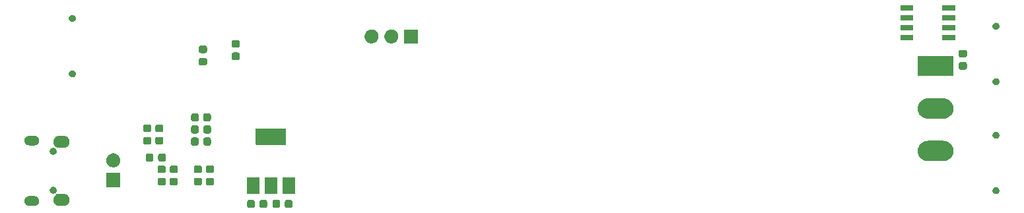
<source format=gbr>
G04 #@! TF.GenerationSoftware,KiCad,Pcbnew,7.0.7-2.fc38*
G04 #@! TF.CreationDate,2023-11-15T22:53:54+01:00*
G04 #@! TF.ProjectId,emfi,656d6669-2e6b-4696-9361-645f70636258,0.1*
G04 #@! TF.SameCoordinates,Original*
G04 #@! TF.FileFunction,Soldermask,Bot*
G04 #@! TF.FilePolarity,Negative*
%FSLAX46Y46*%
G04 Gerber Fmt 4.6, Leading zero omitted, Abs format (unit mm)*
G04 Created by KiCad (PCBNEW 7.0.7-2.fc38) date 2023-11-15 22:53:54*
%MOMM*%
%LPD*%
G01*
G04 APERTURE LIST*
G04 APERTURE END LIST*
G36*
X73219694Y-58731646D02*
G01*
X73264126Y-58738684D01*
X73269923Y-58741637D01*
X73284479Y-58744533D01*
X73312973Y-58763572D01*
X73338887Y-58776776D01*
X73351278Y-58789167D01*
X73371992Y-58803008D01*
X73385832Y-58823721D01*
X73398223Y-58836112D01*
X73411425Y-58862023D01*
X73430467Y-58890521D01*
X73433362Y-58905078D01*
X73436315Y-58910873D01*
X73443349Y-58955284D01*
X73451000Y-58993750D01*
X73451000Y-59506250D01*
X73443348Y-59544718D01*
X73436315Y-59589126D01*
X73433362Y-59594919D01*
X73430467Y-59609479D01*
X73411423Y-59637979D01*
X73398223Y-59663887D01*
X73385834Y-59676275D01*
X73371992Y-59696992D01*
X73351275Y-59710834D01*
X73338887Y-59723223D01*
X73312979Y-59736423D01*
X73284479Y-59755467D01*
X73269919Y-59758362D01*
X73264126Y-59761315D01*
X73219718Y-59768348D01*
X73181250Y-59776000D01*
X72743750Y-59776000D01*
X72705284Y-59768349D01*
X72660873Y-59761315D01*
X72655078Y-59758362D01*
X72640521Y-59755467D01*
X72612023Y-59736425D01*
X72586112Y-59723223D01*
X72573721Y-59710832D01*
X72553008Y-59696992D01*
X72539167Y-59676278D01*
X72526776Y-59663887D01*
X72513572Y-59637973D01*
X72494533Y-59609479D01*
X72491637Y-59594923D01*
X72488684Y-59589126D01*
X72481646Y-59544694D01*
X72474000Y-59506250D01*
X72474000Y-58993750D01*
X72481646Y-58955309D01*
X72488684Y-58910873D01*
X72491638Y-58905075D01*
X72494533Y-58890521D01*
X72513570Y-58862029D01*
X72526776Y-58836112D01*
X72539169Y-58823718D01*
X72553008Y-58803008D01*
X72573718Y-58789169D01*
X72586112Y-58776776D01*
X72612029Y-58763570D01*
X72640521Y-58744533D01*
X72655075Y-58741638D01*
X72660873Y-58738684D01*
X72705309Y-58731646D01*
X72743750Y-58724000D01*
X73181250Y-58724000D01*
X73219694Y-58731646D01*
G37*
G36*
X74794694Y-58731646D02*
G01*
X74839126Y-58738684D01*
X74844923Y-58741637D01*
X74859479Y-58744533D01*
X74887973Y-58763572D01*
X74913887Y-58776776D01*
X74926278Y-58789167D01*
X74946992Y-58803008D01*
X74960832Y-58823721D01*
X74973223Y-58836112D01*
X74986425Y-58862023D01*
X75005467Y-58890521D01*
X75008362Y-58905078D01*
X75011315Y-58910873D01*
X75018349Y-58955284D01*
X75026000Y-58993750D01*
X75026000Y-59506250D01*
X75018348Y-59544718D01*
X75011315Y-59589126D01*
X75008362Y-59594919D01*
X75005467Y-59609479D01*
X74986423Y-59637979D01*
X74973223Y-59663887D01*
X74960834Y-59676275D01*
X74946992Y-59696992D01*
X74926275Y-59710834D01*
X74913887Y-59723223D01*
X74887979Y-59736423D01*
X74859479Y-59755467D01*
X74844919Y-59758362D01*
X74839126Y-59761315D01*
X74794718Y-59768348D01*
X74756250Y-59776000D01*
X74318750Y-59776000D01*
X74280284Y-59768349D01*
X74235873Y-59761315D01*
X74230078Y-59758362D01*
X74215521Y-59755467D01*
X74187023Y-59736425D01*
X74161112Y-59723223D01*
X74148721Y-59710832D01*
X74128008Y-59696992D01*
X74114167Y-59676278D01*
X74101776Y-59663887D01*
X74088572Y-59637973D01*
X74069533Y-59609479D01*
X74066637Y-59594923D01*
X74063684Y-59589126D01*
X74056646Y-59544694D01*
X74049000Y-59506250D01*
X74049000Y-58993750D01*
X74056646Y-58955309D01*
X74063684Y-58910873D01*
X74066638Y-58905075D01*
X74069533Y-58890521D01*
X74088570Y-58862029D01*
X74101776Y-58836112D01*
X74114169Y-58823718D01*
X74128008Y-58803008D01*
X74148718Y-58789169D01*
X74161112Y-58776776D01*
X74187029Y-58763570D01*
X74215521Y-58744533D01*
X74230075Y-58741638D01*
X74235873Y-58738684D01*
X74280309Y-58731646D01*
X74318750Y-58724000D01*
X74756250Y-58724000D01*
X74794694Y-58731646D01*
G37*
G36*
X76469694Y-58731646D02*
G01*
X76514126Y-58738684D01*
X76519923Y-58741637D01*
X76534479Y-58744533D01*
X76562973Y-58763572D01*
X76588887Y-58776776D01*
X76601278Y-58789167D01*
X76621992Y-58803008D01*
X76635832Y-58823721D01*
X76648223Y-58836112D01*
X76661425Y-58862023D01*
X76680467Y-58890521D01*
X76683362Y-58905078D01*
X76686315Y-58910873D01*
X76693349Y-58955284D01*
X76701000Y-58993750D01*
X76701000Y-59506250D01*
X76693348Y-59544718D01*
X76686315Y-59589126D01*
X76683362Y-59594919D01*
X76680467Y-59609479D01*
X76661423Y-59637979D01*
X76648223Y-59663887D01*
X76635834Y-59676275D01*
X76621992Y-59696992D01*
X76601275Y-59710834D01*
X76588887Y-59723223D01*
X76562979Y-59736423D01*
X76534479Y-59755467D01*
X76519919Y-59758362D01*
X76514126Y-59761315D01*
X76469718Y-59768348D01*
X76431250Y-59776000D01*
X75993750Y-59776000D01*
X75955284Y-59768349D01*
X75910873Y-59761315D01*
X75905078Y-59758362D01*
X75890521Y-59755467D01*
X75862023Y-59736425D01*
X75836112Y-59723223D01*
X75823721Y-59710832D01*
X75803008Y-59696992D01*
X75789167Y-59676278D01*
X75776776Y-59663887D01*
X75763572Y-59637973D01*
X75744533Y-59609479D01*
X75741637Y-59594923D01*
X75738684Y-59589126D01*
X75731646Y-59544694D01*
X75724000Y-59506250D01*
X75724000Y-58993750D01*
X75731646Y-58955309D01*
X75738684Y-58910873D01*
X75741638Y-58905075D01*
X75744533Y-58890521D01*
X75763570Y-58862029D01*
X75776776Y-58836112D01*
X75789169Y-58823718D01*
X75803008Y-58803008D01*
X75823718Y-58789169D01*
X75836112Y-58776776D01*
X75862029Y-58763570D01*
X75890521Y-58744533D01*
X75905075Y-58741638D01*
X75910873Y-58738684D01*
X75955309Y-58731646D01*
X75993750Y-58724000D01*
X76431250Y-58724000D01*
X76469694Y-58731646D01*
G37*
G36*
X78044694Y-58731646D02*
G01*
X78089126Y-58738684D01*
X78094923Y-58741637D01*
X78109479Y-58744533D01*
X78137973Y-58763572D01*
X78163887Y-58776776D01*
X78176278Y-58789167D01*
X78196992Y-58803008D01*
X78210832Y-58823721D01*
X78223223Y-58836112D01*
X78236425Y-58862023D01*
X78255467Y-58890521D01*
X78258362Y-58905078D01*
X78261315Y-58910873D01*
X78268349Y-58955284D01*
X78276000Y-58993750D01*
X78276000Y-59506250D01*
X78268348Y-59544718D01*
X78261315Y-59589126D01*
X78258362Y-59594919D01*
X78255467Y-59609479D01*
X78236423Y-59637979D01*
X78223223Y-59663887D01*
X78210834Y-59676275D01*
X78196992Y-59696992D01*
X78176275Y-59710834D01*
X78163887Y-59723223D01*
X78137979Y-59736423D01*
X78109479Y-59755467D01*
X78094919Y-59758362D01*
X78089126Y-59761315D01*
X78044718Y-59768348D01*
X78006250Y-59776000D01*
X77568750Y-59776000D01*
X77530284Y-59768349D01*
X77485873Y-59761315D01*
X77480078Y-59758362D01*
X77465521Y-59755467D01*
X77437023Y-59736425D01*
X77411112Y-59723223D01*
X77398721Y-59710832D01*
X77378008Y-59696992D01*
X77364167Y-59676278D01*
X77351776Y-59663887D01*
X77338572Y-59637973D01*
X77319533Y-59609479D01*
X77316637Y-59594923D01*
X77313684Y-59589126D01*
X77306646Y-59544694D01*
X77299000Y-59506250D01*
X77299000Y-58993750D01*
X77306646Y-58955309D01*
X77313684Y-58910873D01*
X77316638Y-58905075D01*
X77319533Y-58890521D01*
X77338570Y-58862029D01*
X77351776Y-58836112D01*
X77364169Y-58823718D01*
X77378008Y-58803008D01*
X77398718Y-58789169D01*
X77411112Y-58776776D01*
X77437029Y-58763570D01*
X77465521Y-58744533D01*
X77480075Y-58741638D01*
X77485873Y-58738684D01*
X77530309Y-58731646D01*
X77568750Y-58724000D01*
X78006250Y-58724000D01*
X78044694Y-58731646D01*
G37*
G36*
X45220461Y-58251860D02*
G01*
X45244000Y-58253231D01*
X45244631Y-58253380D01*
X45253459Y-58253936D01*
X45331247Y-58273908D01*
X45388817Y-58287553D01*
X45393450Y-58289880D01*
X45405446Y-58292960D01*
X45467382Y-58327009D01*
X45518523Y-58352693D01*
X45526924Y-58359742D01*
X45542954Y-58368555D01*
X45589352Y-58412126D01*
X45629716Y-58445996D01*
X45639699Y-58459406D01*
X45657341Y-58475973D01*
X45688010Y-58524300D01*
X45716394Y-58562426D01*
X45725281Y-58583028D01*
X45741422Y-58608462D01*
X45757201Y-58657027D01*
X45773886Y-58695705D01*
X45778771Y-58723410D01*
X45789912Y-58757699D01*
X45792738Y-58802627D01*
X45799090Y-58838649D01*
X45797126Y-58872366D01*
X45799765Y-58914307D01*
X45792450Y-58952647D01*
X45790651Y-58983555D01*
X45779361Y-59021263D01*
X45770361Y-59068445D01*
X45756272Y-59098384D01*
X45749020Y-59122609D01*
X45726599Y-59161443D01*
X45703549Y-59210428D01*
X45686236Y-59231354D01*
X45676446Y-59248313D01*
X45642025Y-59284796D01*
X45603526Y-59331334D01*
X45586336Y-59343822D01*
X45576836Y-59353893D01*
X45530825Y-59384154D01*
X45476578Y-59423568D01*
X45462312Y-59429216D01*
X45455568Y-59433652D01*
X45400314Y-59453762D01*
X45330680Y-59481333D01*
X45321316Y-59482515D01*
X45319168Y-59483298D01*
X45265100Y-59489617D01*
X45175000Y-59501000D01*
X45167719Y-59501000D01*
X44528645Y-59501000D01*
X44525000Y-59501000D01*
X44479401Y-59498131D01*
X44455999Y-59496768D01*
X44455373Y-59496619D01*
X44446541Y-59496064D01*
X44368713Y-59476081D01*
X44311182Y-59462446D01*
X44306551Y-59460120D01*
X44294554Y-59457040D01*
X44232606Y-59422984D01*
X44181476Y-59397306D01*
X44173076Y-59390257D01*
X44157046Y-59381445D01*
X44110646Y-59337872D01*
X44070283Y-59304003D01*
X44060299Y-59290592D01*
X44042659Y-59274027D01*
X44011990Y-59225701D01*
X43983605Y-59187573D01*
X43974717Y-59166968D01*
X43958578Y-59141538D01*
X43942799Y-59092977D01*
X43926113Y-59054294D01*
X43921227Y-59026583D01*
X43910088Y-58992301D01*
X43907261Y-58947379D01*
X43900909Y-58911350D01*
X43902873Y-58877624D01*
X43900235Y-58835693D01*
X43907547Y-58797360D01*
X43909348Y-58766444D01*
X43920640Y-58728724D01*
X43929639Y-58681555D01*
X43943724Y-58651622D01*
X43950979Y-58627390D01*
X43973407Y-58588542D01*
X43996451Y-58539572D01*
X44013758Y-58518651D01*
X44023553Y-58501686D01*
X44057988Y-58465187D01*
X44096474Y-58418666D01*
X44113657Y-58406181D01*
X44123163Y-58396106D01*
X44169198Y-58365828D01*
X44223422Y-58326432D01*
X44237681Y-58320786D01*
X44244431Y-58316347D01*
X44299728Y-58296220D01*
X44369320Y-58268667D01*
X44378677Y-58267484D01*
X44380831Y-58266701D01*
X44434975Y-58260372D01*
X44525000Y-58249000D01*
X45175000Y-58249000D01*
X45220461Y-58251860D01*
G37*
G36*
X49015891Y-57959241D02*
G01*
X49086195Y-57966630D01*
X49088703Y-57967445D01*
X49097676Y-57968456D01*
X49173880Y-57995120D01*
X49240349Y-58016718D01*
X49247652Y-58020934D01*
X49261694Y-58025848D01*
X49324302Y-58065187D01*
X49380715Y-58097757D01*
X49391290Y-58107279D01*
X49408828Y-58118299D01*
X49456741Y-58166212D01*
X49501167Y-58206214D01*
X49512921Y-58222392D01*
X49531701Y-58241172D01*
X49564562Y-58293470D01*
X49596440Y-58337346D01*
X49606915Y-58360874D01*
X49624152Y-58388306D01*
X49642592Y-58441007D01*
X49662363Y-58485412D01*
X49668912Y-58516225D01*
X49681544Y-58552324D01*
X49687136Y-58601961D01*
X49696064Y-58643960D01*
X49696064Y-58681191D01*
X49701000Y-58725000D01*
X49696064Y-58768808D01*
X49696064Y-58806039D01*
X49687137Y-58848035D01*
X49681544Y-58897676D01*
X49668912Y-58933775D01*
X49662363Y-58964587D01*
X49642594Y-59008987D01*
X49624152Y-59061694D01*
X49606913Y-59089128D01*
X49596439Y-59112655D01*
X49564564Y-59156526D01*
X49531701Y-59208828D01*
X49512919Y-59227609D01*
X49501168Y-59243784D01*
X49456752Y-59283776D01*
X49408828Y-59331701D01*
X49391286Y-59342722D01*
X49380715Y-59352242D01*
X49324322Y-59384799D01*
X49261694Y-59424152D01*
X49247648Y-59429066D01*
X49240349Y-59433281D01*
X49173920Y-59454865D01*
X49097676Y-59481544D01*
X49088698Y-59482555D01*
X49086195Y-59483369D01*
X49015968Y-59490750D01*
X48925000Y-59501000D01*
X48918451Y-59501000D01*
X48381549Y-59501000D01*
X48375000Y-59501000D01*
X48284039Y-59490751D01*
X48213804Y-59483369D01*
X48211299Y-59482555D01*
X48202324Y-59481544D01*
X48126092Y-59454869D01*
X48059650Y-59433281D01*
X48052348Y-59429065D01*
X48038306Y-59424152D01*
X47975689Y-59384807D01*
X47919284Y-59352242D01*
X47908709Y-59342720D01*
X47891172Y-59331701D01*
X47843257Y-59283786D01*
X47798832Y-59243785D01*
X47787077Y-59227606D01*
X47768299Y-59208828D01*
X47735439Y-59156532D01*
X47703559Y-59112653D01*
X47693082Y-59089122D01*
X47675848Y-59061694D01*
X47657409Y-59008998D01*
X47637636Y-58964587D01*
X47631085Y-58933769D01*
X47618456Y-58897676D01*
X47612863Y-58848038D01*
X47603936Y-58806039D01*
X47603936Y-58768808D01*
X47599000Y-58725000D01*
X47603936Y-58681191D01*
X47603936Y-58643960D01*
X47612863Y-58601959D01*
X47618456Y-58552324D01*
X47631085Y-58516231D01*
X47637636Y-58485412D01*
X47657410Y-58440997D01*
X47675848Y-58388306D01*
X47693081Y-58360879D01*
X47703560Y-58337344D01*
X47735448Y-58293453D01*
X47768299Y-58241172D01*
X47787071Y-58222399D01*
X47798831Y-58206214D01*
X47843271Y-58166199D01*
X47891172Y-58118299D01*
X47908707Y-58107280D01*
X47965387Y-58056246D01*
X47932758Y-58004533D01*
X47963457Y-58047972D01*
X48126157Y-57995107D01*
X48202324Y-57968456D01*
X48211293Y-57967445D01*
X48213803Y-57966630D01*
X48284124Y-57959239D01*
X48375000Y-57949000D01*
X48925000Y-57949000D01*
X49015891Y-57959241D01*
G37*
G36*
X168526676Y-57113591D02*
G01*
X168564184Y-57113591D01*
X168594671Y-57122542D01*
X168616450Y-57125410D01*
X168645703Y-57137527D01*
X168687352Y-57149756D01*
X168709334Y-57163883D01*
X168724961Y-57170356D01*
X168753595Y-57192327D01*
X168795342Y-57219157D01*
X168808799Y-57234688D01*
X168818141Y-57241856D01*
X168842357Y-57273416D01*
X168879405Y-57316171D01*
X168885639Y-57329822D01*
X168889643Y-57335040D01*
X168905451Y-57373205D01*
X168932731Y-57432939D01*
X168934079Y-57442319D01*
X168934589Y-57443549D01*
X168938197Y-57470960D01*
X168951000Y-57560000D01*
X168938196Y-57649048D01*
X168934589Y-57676450D01*
X168934079Y-57677678D01*
X168932731Y-57687061D01*
X168905452Y-57746791D01*
X168889643Y-57784961D01*
X168885638Y-57790180D01*
X168879405Y-57803829D01*
X168842356Y-57846584D01*
X168818142Y-57878142D01*
X168808803Y-57885308D01*
X168795342Y-57900843D01*
X168753586Y-57927677D01*
X168724961Y-57949643D01*
X168709339Y-57956113D01*
X168687352Y-57970244D01*
X168645695Y-57982475D01*
X168616450Y-57994589D01*
X168594677Y-57997455D01*
X168564184Y-58006409D01*
X168526668Y-58006409D01*
X168499999Y-58009920D01*
X168473330Y-58006409D01*
X168435816Y-58006409D01*
X168405323Y-57997455D01*
X168383549Y-57994589D01*
X168354301Y-57982474D01*
X168312648Y-57970244D01*
X168290662Y-57956114D01*
X168275038Y-57949643D01*
X168246407Y-57927673D01*
X168204658Y-57900843D01*
X168191198Y-57885310D01*
X168181857Y-57878142D01*
X168157634Y-57846574D01*
X168120595Y-57803829D01*
X168114363Y-57790183D01*
X168110356Y-57784961D01*
X168094536Y-57746768D01*
X168067269Y-57687061D01*
X168065920Y-57677682D01*
X168065410Y-57676450D01*
X168061791Y-57648965D01*
X168049000Y-57560000D01*
X168061790Y-57471042D01*
X168065410Y-57443549D01*
X168065920Y-57442315D01*
X168067269Y-57432939D01*
X168094537Y-57373228D01*
X168110356Y-57335040D01*
X168114362Y-57329818D01*
X168120595Y-57316171D01*
X168157632Y-57273427D01*
X168181857Y-57241857D01*
X168191201Y-57234687D01*
X168204658Y-57219157D01*
X168246407Y-57192326D01*
X168275040Y-57170356D01*
X168290663Y-57163884D01*
X168312648Y-57149756D01*
X168354294Y-57137527D01*
X168383549Y-57125410D01*
X168405329Y-57122542D01*
X168435816Y-57113591D01*
X168473324Y-57113591D01*
X168500000Y-57110079D01*
X168526676Y-57113591D01*
G37*
G36*
X73980596Y-55867159D02*
G01*
X73997141Y-55878215D01*
X74008197Y-55894760D01*
X74012079Y-55914277D01*
X74012079Y-57914277D01*
X74008197Y-57933794D01*
X73997141Y-57950339D01*
X73980596Y-57961395D01*
X73961079Y-57965277D01*
X72461079Y-57965277D01*
X72441562Y-57961395D01*
X72425017Y-57950339D01*
X72413961Y-57933794D01*
X72410079Y-57914277D01*
X72410079Y-55914277D01*
X72413961Y-55894760D01*
X72425017Y-55878215D01*
X72441562Y-55867159D01*
X72461079Y-55863277D01*
X73961079Y-55863277D01*
X73980596Y-55867159D01*
G37*
G36*
X76280596Y-55867159D02*
G01*
X76297141Y-55878215D01*
X76308197Y-55894760D01*
X76312079Y-55914277D01*
X76312079Y-57914277D01*
X76308197Y-57933794D01*
X76297141Y-57950339D01*
X76280596Y-57961395D01*
X76261079Y-57965277D01*
X74761079Y-57965277D01*
X74741562Y-57961395D01*
X74725017Y-57950339D01*
X74713961Y-57933794D01*
X74710079Y-57914277D01*
X74710079Y-55914277D01*
X74713961Y-55894760D01*
X74725017Y-55878215D01*
X74741562Y-55867159D01*
X74761079Y-55863277D01*
X76261079Y-55863277D01*
X76280596Y-55867159D01*
G37*
G36*
X78580596Y-55867159D02*
G01*
X78597141Y-55878215D01*
X78608197Y-55894760D01*
X78612079Y-55914277D01*
X78612079Y-57914277D01*
X78608197Y-57933794D01*
X78597141Y-57950339D01*
X78580596Y-57961395D01*
X78561079Y-57965277D01*
X77061079Y-57965277D01*
X77041562Y-57961395D01*
X77025017Y-57950339D01*
X77013961Y-57933794D01*
X77010079Y-57914277D01*
X77010079Y-55914277D01*
X77013961Y-55894760D01*
X77025017Y-55878215D01*
X77041562Y-55867159D01*
X77061079Y-55863277D01*
X78561079Y-55863277D01*
X78580596Y-55867159D01*
G37*
G36*
X47626676Y-57053591D02*
G01*
X47664184Y-57053591D01*
X47694671Y-57062542D01*
X47716450Y-57065410D01*
X47745703Y-57077527D01*
X47787352Y-57089756D01*
X47809334Y-57103883D01*
X47824961Y-57110356D01*
X47853595Y-57132327D01*
X47895342Y-57159157D01*
X47908799Y-57174688D01*
X47918141Y-57181856D01*
X47942357Y-57213416D01*
X47979405Y-57256171D01*
X47985639Y-57269822D01*
X47989643Y-57275040D01*
X48005451Y-57313205D01*
X48032731Y-57372939D01*
X48034079Y-57382319D01*
X48034589Y-57383549D01*
X48038198Y-57410962D01*
X48051000Y-57500000D01*
X48038196Y-57589050D01*
X48034589Y-57616450D01*
X48034079Y-57617678D01*
X48032731Y-57627061D01*
X48005452Y-57686791D01*
X47989643Y-57724961D01*
X47985638Y-57730179D01*
X47979405Y-57743829D01*
X47942354Y-57786587D01*
X47861624Y-57891796D01*
X47852950Y-57878048D01*
X47809344Y-57896110D01*
X47787352Y-57910244D01*
X47745693Y-57922475D01*
X47716448Y-57934590D01*
X47694673Y-57937456D01*
X47664184Y-57946409D01*
X47626669Y-57946409D01*
X47599999Y-57949920D01*
X47573330Y-57946409D01*
X47535816Y-57946409D01*
X47505323Y-57937455D01*
X47483549Y-57934589D01*
X47454301Y-57922474D01*
X47412648Y-57910244D01*
X47390662Y-57896114D01*
X47375038Y-57889643D01*
X47346407Y-57867673D01*
X47304658Y-57840843D01*
X47291198Y-57825310D01*
X47281857Y-57818142D01*
X47257634Y-57786574D01*
X47220595Y-57743829D01*
X47214363Y-57730183D01*
X47210356Y-57724961D01*
X47194536Y-57686768D01*
X47167269Y-57627061D01*
X47165920Y-57617682D01*
X47165410Y-57616450D01*
X47161791Y-57588965D01*
X47149000Y-57500000D01*
X47161790Y-57411042D01*
X47165410Y-57383549D01*
X47165920Y-57382315D01*
X47167269Y-57372939D01*
X47194537Y-57313228D01*
X47210356Y-57275040D01*
X47214362Y-57269818D01*
X47220595Y-57256171D01*
X47257632Y-57213427D01*
X47281857Y-57181857D01*
X47291201Y-57174687D01*
X47304658Y-57159157D01*
X47346407Y-57132326D01*
X47375040Y-57110356D01*
X47390663Y-57103884D01*
X47412648Y-57089756D01*
X47454294Y-57077527D01*
X47483549Y-57065410D01*
X47505329Y-57062542D01*
X47535816Y-57053591D01*
X47573324Y-57053591D01*
X47600000Y-57050079D01*
X47626676Y-57053591D01*
G37*
G36*
X56169517Y-55302882D02*
G01*
X56186062Y-55313938D01*
X56197118Y-55330483D01*
X56201000Y-55350000D01*
X56201000Y-57050000D01*
X56197118Y-57069517D01*
X56186062Y-57086062D01*
X56169517Y-57097118D01*
X56150000Y-57101000D01*
X54450000Y-57101000D01*
X54430483Y-57097118D01*
X54413938Y-57086062D01*
X54402882Y-57069517D01*
X54399000Y-57050000D01*
X54399000Y-55350000D01*
X54402882Y-55330483D01*
X54413938Y-55313938D01*
X54430483Y-55302882D01*
X54450000Y-55299000D01*
X56150000Y-55299000D01*
X56169517Y-55302882D01*
G37*
G36*
X61794694Y-55906646D02*
G01*
X61839126Y-55913684D01*
X61844923Y-55916637D01*
X61859479Y-55919533D01*
X61887973Y-55938572D01*
X61913887Y-55951776D01*
X61926278Y-55964167D01*
X61946992Y-55978008D01*
X61960832Y-55998721D01*
X61973223Y-56011112D01*
X61986425Y-56037023D01*
X62005467Y-56065521D01*
X62008362Y-56080078D01*
X62011315Y-56085873D01*
X62018349Y-56130284D01*
X62026000Y-56168750D01*
X62026000Y-56606250D01*
X62018348Y-56644718D01*
X62011315Y-56689126D01*
X62008362Y-56694919D01*
X62005467Y-56709479D01*
X61986423Y-56737979D01*
X61973223Y-56763887D01*
X61960834Y-56776275D01*
X61946992Y-56796992D01*
X61926275Y-56810834D01*
X61913887Y-56823223D01*
X61887979Y-56836423D01*
X61859479Y-56855467D01*
X61844919Y-56858362D01*
X61839126Y-56861315D01*
X61794718Y-56868348D01*
X61756250Y-56876000D01*
X61243750Y-56876000D01*
X61205284Y-56868349D01*
X61160873Y-56861315D01*
X61155078Y-56858362D01*
X61140521Y-56855467D01*
X61112023Y-56836425D01*
X61086112Y-56823223D01*
X61073721Y-56810832D01*
X61053008Y-56796992D01*
X61039167Y-56776278D01*
X61026776Y-56763887D01*
X61013572Y-56737973D01*
X60994533Y-56709479D01*
X60991637Y-56694923D01*
X60988684Y-56689126D01*
X60981646Y-56644694D01*
X60974000Y-56606250D01*
X60974000Y-56168750D01*
X60981646Y-56130309D01*
X60988684Y-56085873D01*
X60991638Y-56080075D01*
X60994533Y-56065521D01*
X61013570Y-56037029D01*
X61026776Y-56011112D01*
X61039169Y-55998718D01*
X61053008Y-55978008D01*
X61073718Y-55964169D01*
X61086112Y-55951776D01*
X61112029Y-55938570D01*
X61140521Y-55919533D01*
X61155075Y-55916638D01*
X61160873Y-55913684D01*
X61205309Y-55906646D01*
X61243750Y-55899000D01*
X61756250Y-55899000D01*
X61794694Y-55906646D01*
G37*
G36*
X63344694Y-55906646D02*
G01*
X63389126Y-55913684D01*
X63394923Y-55916637D01*
X63409479Y-55919533D01*
X63437973Y-55938572D01*
X63463887Y-55951776D01*
X63476278Y-55964167D01*
X63496992Y-55978008D01*
X63510832Y-55998721D01*
X63523223Y-56011112D01*
X63536425Y-56037023D01*
X63555467Y-56065521D01*
X63558362Y-56080078D01*
X63561315Y-56085873D01*
X63568349Y-56130284D01*
X63576000Y-56168750D01*
X63576000Y-56606250D01*
X63568348Y-56644718D01*
X63561315Y-56689126D01*
X63558362Y-56694919D01*
X63555467Y-56709479D01*
X63536423Y-56737979D01*
X63523223Y-56763887D01*
X63510834Y-56776275D01*
X63496992Y-56796992D01*
X63476275Y-56810834D01*
X63463887Y-56823223D01*
X63437979Y-56836423D01*
X63409479Y-56855467D01*
X63394919Y-56858362D01*
X63389126Y-56861315D01*
X63344718Y-56868348D01*
X63306250Y-56876000D01*
X62793750Y-56876000D01*
X62755284Y-56868349D01*
X62710873Y-56861315D01*
X62705078Y-56858362D01*
X62690521Y-56855467D01*
X62662023Y-56836425D01*
X62636112Y-56823223D01*
X62623721Y-56810832D01*
X62603008Y-56796992D01*
X62589167Y-56776278D01*
X62576776Y-56763887D01*
X62563572Y-56737973D01*
X62544533Y-56709479D01*
X62541637Y-56694923D01*
X62538684Y-56689126D01*
X62531646Y-56644694D01*
X62524000Y-56606250D01*
X62524000Y-56168750D01*
X62531646Y-56130309D01*
X62538684Y-56085873D01*
X62541638Y-56080075D01*
X62544533Y-56065521D01*
X62563570Y-56037029D01*
X62576776Y-56011112D01*
X62589169Y-55998718D01*
X62603008Y-55978008D01*
X62623718Y-55964169D01*
X62636112Y-55951776D01*
X62662029Y-55938570D01*
X62690521Y-55919533D01*
X62705075Y-55916638D01*
X62710873Y-55913684D01*
X62755309Y-55906646D01*
X62793750Y-55899000D01*
X63306250Y-55899000D01*
X63344694Y-55906646D01*
G37*
G36*
X66444694Y-55906646D02*
G01*
X66489126Y-55913684D01*
X66494923Y-55916637D01*
X66509479Y-55919533D01*
X66537973Y-55938572D01*
X66563887Y-55951776D01*
X66576278Y-55964167D01*
X66596992Y-55978008D01*
X66610832Y-55998721D01*
X66623223Y-56011112D01*
X66636425Y-56037023D01*
X66655467Y-56065521D01*
X66658362Y-56080078D01*
X66661315Y-56085873D01*
X66668349Y-56130284D01*
X66676000Y-56168750D01*
X66676000Y-56606250D01*
X66668348Y-56644718D01*
X66661315Y-56689126D01*
X66658362Y-56694919D01*
X66655467Y-56709479D01*
X66636423Y-56737979D01*
X66623223Y-56763887D01*
X66610834Y-56776275D01*
X66596992Y-56796992D01*
X66576275Y-56810834D01*
X66563887Y-56823223D01*
X66537979Y-56836423D01*
X66509479Y-56855467D01*
X66494919Y-56858362D01*
X66489126Y-56861315D01*
X66444718Y-56868348D01*
X66406250Y-56876000D01*
X65893750Y-56876000D01*
X65855284Y-56868349D01*
X65810873Y-56861315D01*
X65805078Y-56858362D01*
X65790521Y-56855467D01*
X65762023Y-56836425D01*
X65736112Y-56823223D01*
X65723721Y-56810832D01*
X65703008Y-56796992D01*
X65689167Y-56776278D01*
X65676776Y-56763887D01*
X65663572Y-56737973D01*
X65644533Y-56709479D01*
X65641637Y-56694923D01*
X65638684Y-56689126D01*
X65631646Y-56644694D01*
X65624000Y-56606250D01*
X65624000Y-56168750D01*
X65631646Y-56130309D01*
X65638684Y-56085873D01*
X65641638Y-56080075D01*
X65644533Y-56065521D01*
X65663570Y-56037029D01*
X65676776Y-56011112D01*
X65689169Y-55998718D01*
X65703008Y-55978008D01*
X65723718Y-55964169D01*
X65736112Y-55951776D01*
X65762029Y-55938570D01*
X65790521Y-55919533D01*
X65805075Y-55916638D01*
X65810873Y-55913684D01*
X65855309Y-55906646D01*
X65893750Y-55899000D01*
X66406250Y-55899000D01*
X66444694Y-55906646D01*
G37*
G36*
X67994694Y-55906646D02*
G01*
X68039126Y-55913684D01*
X68044923Y-55916637D01*
X68059479Y-55919533D01*
X68087973Y-55938572D01*
X68113887Y-55951776D01*
X68126278Y-55964167D01*
X68146992Y-55978008D01*
X68160832Y-55998721D01*
X68173223Y-56011112D01*
X68186425Y-56037023D01*
X68205467Y-56065521D01*
X68208362Y-56080078D01*
X68211315Y-56085873D01*
X68218349Y-56130284D01*
X68226000Y-56168750D01*
X68226000Y-56606250D01*
X68218348Y-56644718D01*
X68211315Y-56689126D01*
X68208362Y-56694919D01*
X68205467Y-56709479D01*
X68186423Y-56737979D01*
X68173223Y-56763887D01*
X68160834Y-56776275D01*
X68146992Y-56796992D01*
X68126275Y-56810834D01*
X68113887Y-56823223D01*
X68087979Y-56836423D01*
X68059479Y-56855467D01*
X68044919Y-56858362D01*
X68039126Y-56861315D01*
X67994718Y-56868348D01*
X67956250Y-56876000D01*
X67443750Y-56876000D01*
X67405284Y-56868349D01*
X67360873Y-56861315D01*
X67355078Y-56858362D01*
X67340521Y-56855467D01*
X67312023Y-56836425D01*
X67286112Y-56823223D01*
X67273721Y-56810832D01*
X67253008Y-56796992D01*
X67239167Y-56776278D01*
X67226776Y-56763887D01*
X67213572Y-56737973D01*
X67194533Y-56709479D01*
X67191637Y-56694923D01*
X67188684Y-56689126D01*
X67181646Y-56644694D01*
X67174000Y-56606250D01*
X67174000Y-56168750D01*
X67181646Y-56130309D01*
X67188684Y-56085873D01*
X67191638Y-56080075D01*
X67194533Y-56065521D01*
X67213570Y-56037029D01*
X67226776Y-56011112D01*
X67239169Y-55998718D01*
X67253008Y-55978008D01*
X67273718Y-55964169D01*
X67286112Y-55951776D01*
X67312029Y-55938570D01*
X67340521Y-55919533D01*
X67355075Y-55916638D01*
X67360873Y-55913684D01*
X67405309Y-55906646D01*
X67443750Y-55899000D01*
X67956250Y-55899000D01*
X67994694Y-55906646D01*
G37*
G36*
X61794694Y-54331646D02*
G01*
X61839126Y-54338684D01*
X61844923Y-54341637D01*
X61859479Y-54344533D01*
X61887973Y-54363572D01*
X61913887Y-54376776D01*
X61926278Y-54389167D01*
X61946992Y-54403008D01*
X61960832Y-54423721D01*
X61973223Y-54436112D01*
X61986425Y-54462023D01*
X62005467Y-54490521D01*
X62008362Y-54505078D01*
X62011315Y-54510873D01*
X62018349Y-54555284D01*
X62026000Y-54593750D01*
X62026000Y-55031250D01*
X62018348Y-55069718D01*
X62011315Y-55114126D01*
X62008362Y-55119919D01*
X62005467Y-55134479D01*
X61986423Y-55162979D01*
X61973223Y-55188887D01*
X61960834Y-55201275D01*
X61946992Y-55221992D01*
X61926275Y-55235834D01*
X61913887Y-55248223D01*
X61887979Y-55261423D01*
X61859479Y-55280467D01*
X61844919Y-55283362D01*
X61839126Y-55286315D01*
X61794718Y-55293348D01*
X61756250Y-55301000D01*
X61243750Y-55301000D01*
X61205284Y-55293349D01*
X61160873Y-55286315D01*
X61155078Y-55283362D01*
X61140521Y-55280467D01*
X61112023Y-55261425D01*
X61086112Y-55248223D01*
X61073721Y-55235832D01*
X61053008Y-55221992D01*
X61039167Y-55201278D01*
X61026776Y-55188887D01*
X61013572Y-55162973D01*
X60994533Y-55134479D01*
X60991637Y-55119923D01*
X60988684Y-55114126D01*
X60981646Y-55069694D01*
X60974000Y-55031250D01*
X60974000Y-54593750D01*
X60981646Y-54555309D01*
X60988684Y-54510873D01*
X60991638Y-54505075D01*
X60994533Y-54490521D01*
X61013570Y-54462029D01*
X61026776Y-54436112D01*
X61039169Y-54423718D01*
X61053008Y-54403008D01*
X61073718Y-54389169D01*
X61086112Y-54376776D01*
X61112029Y-54363570D01*
X61140521Y-54344533D01*
X61155075Y-54341638D01*
X61160873Y-54338684D01*
X61205309Y-54331646D01*
X61243750Y-54324000D01*
X61756250Y-54324000D01*
X61794694Y-54331646D01*
G37*
G36*
X63344694Y-54331646D02*
G01*
X63389126Y-54338684D01*
X63394923Y-54341637D01*
X63409479Y-54344533D01*
X63437973Y-54363572D01*
X63463887Y-54376776D01*
X63476278Y-54389167D01*
X63496992Y-54403008D01*
X63510832Y-54423721D01*
X63523223Y-54436112D01*
X63536425Y-54462023D01*
X63555467Y-54490521D01*
X63558362Y-54505078D01*
X63561315Y-54510873D01*
X63568349Y-54555284D01*
X63576000Y-54593750D01*
X63576000Y-55031250D01*
X63568348Y-55069718D01*
X63561315Y-55114126D01*
X63558362Y-55119919D01*
X63555467Y-55134479D01*
X63536423Y-55162979D01*
X63523223Y-55188887D01*
X63510834Y-55201275D01*
X63496992Y-55221992D01*
X63476275Y-55235834D01*
X63463887Y-55248223D01*
X63437979Y-55261423D01*
X63409479Y-55280467D01*
X63394919Y-55283362D01*
X63389126Y-55286315D01*
X63344718Y-55293348D01*
X63306250Y-55301000D01*
X62793750Y-55301000D01*
X62755284Y-55293349D01*
X62710873Y-55286315D01*
X62705078Y-55283362D01*
X62690521Y-55280467D01*
X62662023Y-55261425D01*
X62636112Y-55248223D01*
X62623721Y-55235832D01*
X62603008Y-55221992D01*
X62589167Y-55201278D01*
X62576776Y-55188887D01*
X62563572Y-55162973D01*
X62544533Y-55134479D01*
X62541637Y-55119923D01*
X62538684Y-55114126D01*
X62531646Y-55069694D01*
X62524000Y-55031250D01*
X62524000Y-54593750D01*
X62531646Y-54555309D01*
X62538684Y-54510873D01*
X62541638Y-54505075D01*
X62544533Y-54490521D01*
X62563570Y-54462029D01*
X62576776Y-54436112D01*
X62589169Y-54423718D01*
X62603008Y-54403008D01*
X62623718Y-54389169D01*
X62636112Y-54376776D01*
X62662029Y-54363570D01*
X62690521Y-54344533D01*
X62705075Y-54341638D01*
X62710873Y-54338684D01*
X62755309Y-54331646D01*
X62793750Y-54324000D01*
X63306250Y-54324000D01*
X63344694Y-54331646D01*
G37*
G36*
X66444694Y-54331646D02*
G01*
X66489126Y-54338684D01*
X66494923Y-54341637D01*
X66509479Y-54344533D01*
X66537973Y-54363572D01*
X66563887Y-54376776D01*
X66576278Y-54389167D01*
X66596992Y-54403008D01*
X66610832Y-54423721D01*
X66623223Y-54436112D01*
X66636425Y-54462023D01*
X66655467Y-54490521D01*
X66658362Y-54505078D01*
X66661315Y-54510873D01*
X66668349Y-54555284D01*
X66676000Y-54593750D01*
X66676000Y-55031250D01*
X66668348Y-55069718D01*
X66661315Y-55114126D01*
X66658362Y-55119919D01*
X66655467Y-55134479D01*
X66636423Y-55162979D01*
X66623223Y-55188887D01*
X66610834Y-55201275D01*
X66596992Y-55221992D01*
X66576275Y-55235834D01*
X66563887Y-55248223D01*
X66537979Y-55261423D01*
X66509479Y-55280467D01*
X66494919Y-55283362D01*
X66489126Y-55286315D01*
X66444718Y-55293348D01*
X66406250Y-55301000D01*
X65893750Y-55301000D01*
X65855284Y-55293349D01*
X65810873Y-55286315D01*
X65805078Y-55283362D01*
X65790521Y-55280467D01*
X65762023Y-55261425D01*
X65736112Y-55248223D01*
X65723721Y-55235832D01*
X65703008Y-55221992D01*
X65689167Y-55201278D01*
X65676776Y-55188887D01*
X65663572Y-55162973D01*
X65644533Y-55134479D01*
X65641637Y-55119923D01*
X65638684Y-55114126D01*
X65631646Y-55069694D01*
X65624000Y-55031250D01*
X65624000Y-54593750D01*
X65631646Y-54555309D01*
X65638684Y-54510873D01*
X65641638Y-54505075D01*
X65644533Y-54490521D01*
X65663570Y-54462029D01*
X65676776Y-54436112D01*
X65689169Y-54423718D01*
X65703008Y-54403008D01*
X65723718Y-54389169D01*
X65736112Y-54376776D01*
X65762029Y-54363570D01*
X65790521Y-54344533D01*
X65805075Y-54341638D01*
X65810873Y-54338684D01*
X65855309Y-54331646D01*
X65893750Y-54324000D01*
X66406250Y-54324000D01*
X66444694Y-54331646D01*
G37*
G36*
X67994694Y-54331646D02*
G01*
X68039126Y-54338684D01*
X68044923Y-54341637D01*
X68059479Y-54344533D01*
X68087973Y-54363572D01*
X68113887Y-54376776D01*
X68126278Y-54389167D01*
X68146992Y-54403008D01*
X68160832Y-54423721D01*
X68173223Y-54436112D01*
X68186425Y-54462023D01*
X68205467Y-54490521D01*
X68208362Y-54505078D01*
X68211315Y-54510873D01*
X68218349Y-54555284D01*
X68226000Y-54593750D01*
X68226000Y-55031250D01*
X68218348Y-55069718D01*
X68211315Y-55114126D01*
X68208362Y-55119919D01*
X68205467Y-55134479D01*
X68186423Y-55162979D01*
X68173223Y-55188887D01*
X68160834Y-55201275D01*
X68146992Y-55221992D01*
X68126275Y-55235834D01*
X68113887Y-55248223D01*
X68087979Y-55261423D01*
X68059479Y-55280467D01*
X68044919Y-55283362D01*
X68039126Y-55286315D01*
X67994718Y-55293348D01*
X67956250Y-55301000D01*
X67443750Y-55301000D01*
X67405284Y-55293349D01*
X67360873Y-55286315D01*
X67355078Y-55283362D01*
X67340521Y-55280467D01*
X67312023Y-55261425D01*
X67286112Y-55248223D01*
X67273721Y-55235832D01*
X67253008Y-55221992D01*
X67239167Y-55201278D01*
X67226776Y-55188887D01*
X67213572Y-55162973D01*
X67194533Y-55134479D01*
X67191637Y-55119923D01*
X67188684Y-55114126D01*
X67181646Y-55069694D01*
X67174000Y-55031250D01*
X67174000Y-54593750D01*
X67181646Y-54555309D01*
X67188684Y-54510873D01*
X67191638Y-54505075D01*
X67194533Y-54490521D01*
X67213570Y-54462029D01*
X67226776Y-54436112D01*
X67239169Y-54423718D01*
X67253008Y-54403008D01*
X67273718Y-54389169D01*
X67286112Y-54376776D01*
X67312029Y-54363570D01*
X67340521Y-54344533D01*
X67355075Y-54341638D01*
X67360873Y-54338684D01*
X67405309Y-54331646D01*
X67443750Y-54324000D01*
X67956250Y-54324000D01*
X67994694Y-54331646D01*
G37*
G36*
X55343983Y-52763936D02*
G01*
X55394180Y-52763936D01*
X55437524Y-52773149D01*
X55475659Y-52776905D01*
X55523566Y-52791437D01*
X55578424Y-52803098D01*
X55613530Y-52818728D01*
X55644566Y-52828143D01*
X55693884Y-52854504D01*
X55750500Y-52879711D01*
X55776822Y-52898835D01*
X55800232Y-52911348D01*
X55847988Y-52950540D01*
X55902887Y-52990427D01*
X55920711Y-53010223D01*
X55936675Y-53023324D01*
X55979572Y-53075594D01*
X56028924Y-53130405D01*
X56039292Y-53148363D01*
X56048651Y-53159767D01*
X56083273Y-53224542D01*
X56123104Y-53293530D01*
X56127685Y-53307630D01*
X56131856Y-53315433D01*
X56154852Y-53391242D01*
X56181311Y-53472672D01*
X56182242Y-53481532D01*
X56183094Y-53484340D01*
X56191384Y-53568513D01*
X56201000Y-53660000D01*
X56191383Y-53751494D01*
X56183094Y-53835659D01*
X56182242Y-53838466D01*
X56181311Y-53847328D01*
X56154848Y-53928771D01*
X56131856Y-54004566D01*
X56127686Y-54012366D01*
X56123104Y-54026470D01*
X56083266Y-54095470D01*
X56048651Y-54160232D01*
X56039294Y-54171633D01*
X56028924Y-54189595D01*
X55979563Y-54244415D01*
X55936675Y-54296675D01*
X55920714Y-54309773D01*
X55902887Y-54329573D01*
X55847977Y-54369467D01*
X55800232Y-54408651D01*
X55776827Y-54421161D01*
X55750500Y-54440289D01*
X55693873Y-54465500D01*
X55644566Y-54491856D01*
X55613537Y-54501268D01*
X55578424Y-54516902D01*
X55523555Y-54528564D01*
X55475659Y-54543094D01*
X55437532Y-54546849D01*
X55394180Y-54556064D01*
X55343973Y-54556064D01*
X55300000Y-54560395D01*
X55256027Y-54556064D01*
X55205820Y-54556064D01*
X55162467Y-54546849D01*
X55124340Y-54543094D01*
X55076441Y-54528563D01*
X55021576Y-54516902D01*
X54986464Y-54501269D01*
X54955433Y-54491856D01*
X54906120Y-54465498D01*
X54849500Y-54440289D01*
X54823175Y-54421163D01*
X54799767Y-54408651D01*
X54752013Y-54369460D01*
X54697113Y-54329573D01*
X54679287Y-54309776D01*
X54663324Y-54296675D01*
X54620425Y-54244402D01*
X54571076Y-54189595D01*
X54560708Y-54171637D01*
X54551348Y-54160232D01*
X54516719Y-54095447D01*
X54476896Y-54026470D01*
X54472315Y-54012371D01*
X54468143Y-54004566D01*
X54445136Y-53928725D01*
X54418689Y-53847328D01*
X54417758Y-53838471D01*
X54416905Y-53835659D01*
X54408600Y-53751342D01*
X54399000Y-53660000D01*
X54408599Y-53568664D01*
X54416905Y-53484340D01*
X54417758Y-53481527D01*
X54418689Y-53472672D01*
X54445132Y-53391288D01*
X54468143Y-53315433D01*
X54472315Y-53307626D01*
X54476896Y-53293530D01*
X54516712Y-53224565D01*
X54551348Y-53159767D01*
X54560710Y-53148359D01*
X54571076Y-53130405D01*
X54620416Y-53075607D01*
X54663324Y-53023324D01*
X54679291Y-53010219D01*
X54697113Y-52990427D01*
X54752002Y-52950546D01*
X54799767Y-52911348D01*
X54823180Y-52898833D01*
X54849500Y-52879711D01*
X54906109Y-52854506D01*
X54955433Y-52828143D01*
X54986471Y-52818727D01*
X55021576Y-52803098D01*
X55076430Y-52791438D01*
X55124340Y-52776905D01*
X55162476Y-52773148D01*
X55205820Y-52763936D01*
X55256016Y-52763936D01*
X55300000Y-52759604D01*
X55343983Y-52763936D01*
G37*
G36*
X60219694Y-52781646D02*
G01*
X60264126Y-52788684D01*
X60269923Y-52791637D01*
X60284479Y-52794533D01*
X60312973Y-52813572D01*
X60338887Y-52826776D01*
X60351278Y-52839167D01*
X60371992Y-52853008D01*
X60385832Y-52873721D01*
X60398223Y-52886112D01*
X60411425Y-52912023D01*
X60430467Y-52940521D01*
X60433362Y-52955078D01*
X60436315Y-52960873D01*
X60443349Y-53005284D01*
X60451000Y-53043750D01*
X60451000Y-53556250D01*
X60443348Y-53594718D01*
X60436315Y-53639126D01*
X60433362Y-53644919D01*
X60430467Y-53659479D01*
X60411423Y-53687979D01*
X60398223Y-53713887D01*
X60385834Y-53726275D01*
X60371992Y-53746992D01*
X60351275Y-53760834D01*
X60338887Y-53773223D01*
X60312979Y-53786423D01*
X60284479Y-53805467D01*
X60269919Y-53808362D01*
X60264126Y-53811315D01*
X60219718Y-53818348D01*
X60181250Y-53826000D01*
X59743750Y-53826000D01*
X59705284Y-53818349D01*
X59660873Y-53811315D01*
X59655078Y-53808362D01*
X59640521Y-53805467D01*
X59612023Y-53786425D01*
X59586112Y-53773223D01*
X59573721Y-53760832D01*
X59553008Y-53746992D01*
X59539167Y-53726278D01*
X59526776Y-53713887D01*
X59513572Y-53687973D01*
X59494533Y-53659479D01*
X59491637Y-53644923D01*
X59488684Y-53639126D01*
X59481646Y-53594694D01*
X59474000Y-53556250D01*
X59474000Y-53043750D01*
X59481646Y-53005309D01*
X59488684Y-52960873D01*
X59491638Y-52955075D01*
X59494533Y-52940521D01*
X59513570Y-52912029D01*
X59526776Y-52886112D01*
X59539169Y-52873718D01*
X59553008Y-52853008D01*
X59573718Y-52839169D01*
X59586112Y-52826776D01*
X59612029Y-52813570D01*
X59640521Y-52794533D01*
X59655075Y-52791638D01*
X59660873Y-52788684D01*
X59705309Y-52781646D01*
X59743750Y-52774000D01*
X60181250Y-52774000D01*
X60219694Y-52781646D01*
G37*
G36*
X61794694Y-52781646D02*
G01*
X61839126Y-52788684D01*
X61844923Y-52791637D01*
X61859479Y-52794533D01*
X61887973Y-52813572D01*
X61913887Y-52826776D01*
X61926278Y-52839167D01*
X61946992Y-52853008D01*
X61960832Y-52873721D01*
X61973223Y-52886112D01*
X61986425Y-52912023D01*
X62005467Y-52940521D01*
X62008362Y-52955078D01*
X62011315Y-52960873D01*
X62018349Y-53005284D01*
X62026000Y-53043750D01*
X62026000Y-53556250D01*
X62018348Y-53594718D01*
X62011315Y-53639126D01*
X62008362Y-53644919D01*
X62005467Y-53659479D01*
X61986423Y-53687979D01*
X61973223Y-53713887D01*
X61960834Y-53726275D01*
X61946992Y-53746992D01*
X61926275Y-53760834D01*
X61913887Y-53773223D01*
X61887979Y-53786423D01*
X61859479Y-53805467D01*
X61844919Y-53808362D01*
X61839126Y-53811315D01*
X61794718Y-53818348D01*
X61756250Y-53826000D01*
X61318750Y-53826000D01*
X61280284Y-53818349D01*
X61235873Y-53811315D01*
X61230078Y-53808362D01*
X61215521Y-53805467D01*
X61187023Y-53786425D01*
X61161112Y-53773223D01*
X61148721Y-53760832D01*
X61128008Y-53746992D01*
X61114167Y-53726278D01*
X61101776Y-53713887D01*
X61088572Y-53687973D01*
X61069533Y-53659479D01*
X61066637Y-53644923D01*
X61063684Y-53639126D01*
X61056646Y-53594694D01*
X61049000Y-53556250D01*
X61049000Y-53043750D01*
X61056646Y-53005309D01*
X61063684Y-52960873D01*
X61066638Y-52955075D01*
X61069533Y-52940521D01*
X61088570Y-52912029D01*
X61101776Y-52886112D01*
X61114169Y-52873718D01*
X61128008Y-52853008D01*
X61148718Y-52839169D01*
X61161112Y-52826776D01*
X61187029Y-52813570D01*
X61215521Y-52794533D01*
X61230075Y-52791638D01*
X61235873Y-52788684D01*
X61280309Y-52781646D01*
X61318750Y-52774000D01*
X61756250Y-52774000D01*
X61794694Y-52781646D01*
G37*
G36*
X161842558Y-51157097D02*
G01*
X161964066Y-51167166D01*
X161967458Y-51168025D01*
X161975916Y-51168765D01*
X162071185Y-51194292D01*
X162172295Y-51219897D01*
X162181011Y-51223720D01*
X162194968Y-51227460D01*
X162281065Y-51267607D01*
X162369004Y-51306181D01*
X162382013Y-51314680D01*
X162400500Y-51323301D01*
X162474262Y-51374949D01*
X162548825Y-51423664D01*
X162564685Y-51438264D01*
X162586267Y-51453376D01*
X162646135Y-51513244D01*
X162706863Y-51569148D01*
X162723800Y-51590909D01*
X162746624Y-51613733D01*
X162791968Y-51678491D01*
X162838796Y-51738656D01*
X162854790Y-51768211D01*
X162876699Y-51799500D01*
X162907691Y-51865963D01*
X162941029Y-51927566D01*
X162953900Y-51965058D01*
X162972540Y-52005032D01*
X162990026Y-52070291D01*
X163010774Y-52130728D01*
X163018291Y-52175779D01*
X163031235Y-52224084D01*
X163036616Y-52285590D01*
X163046129Y-52342598D01*
X163046129Y-52394323D01*
X163051000Y-52450000D01*
X163046129Y-52505676D01*
X163046129Y-52557401D01*
X163036616Y-52614407D01*
X163031235Y-52675916D01*
X163018291Y-52724222D01*
X163010774Y-52769271D01*
X162990027Y-52829704D01*
X162972540Y-52894968D01*
X162953898Y-52934944D01*
X162941029Y-52972433D01*
X162907694Y-53034029D01*
X162876699Y-53100500D01*
X162854788Y-53131791D01*
X162838796Y-53161343D01*
X162791975Y-53221498D01*
X162746624Y-53286267D01*
X162723797Y-53309093D01*
X162706863Y-53330851D01*
X162646147Y-53386743D01*
X162586267Y-53446624D01*
X162564680Y-53461738D01*
X162548825Y-53476335D01*
X162474283Y-53525035D01*
X162400500Y-53576699D01*
X162382008Y-53585321D01*
X162369004Y-53593818D01*
X162281101Y-53632375D01*
X162194968Y-53672540D01*
X162181005Y-53676281D01*
X162172295Y-53680102D01*
X162071253Y-53705689D01*
X161975916Y-53731235D01*
X161967452Y-53731975D01*
X161964066Y-53732833D01*
X161842655Y-53742893D01*
X161750000Y-53751000D01*
X161744831Y-53751000D01*
X159755169Y-53751000D01*
X159750000Y-53751000D01*
X159657352Y-53742894D01*
X159535933Y-53732833D01*
X159532546Y-53731975D01*
X159524084Y-53731235D01*
X159428763Y-53705693D01*
X159327704Y-53680102D01*
X159318991Y-53676280D01*
X159305032Y-53672540D01*
X159218914Y-53632382D01*
X159130995Y-53593818D01*
X159117987Y-53585320D01*
X159099500Y-53576699D01*
X159025730Y-53525045D01*
X158951174Y-53476335D01*
X158935315Y-53461735D01*
X158913733Y-53446624D01*
X158853863Y-53386754D01*
X158793136Y-53330851D01*
X158776198Y-53309089D01*
X158753376Y-53286267D01*
X158708033Y-53221511D01*
X158661203Y-53161343D01*
X158645207Y-53131785D01*
X158623301Y-53100500D01*
X158592311Y-53034042D01*
X158558970Y-52972433D01*
X158546097Y-52934936D01*
X158527460Y-52894968D01*
X158509976Y-52829717D01*
X158489225Y-52769271D01*
X158481706Y-52724214D01*
X158468765Y-52675916D01*
X158463384Y-52614410D01*
X158453871Y-52557401D01*
X158453871Y-52505676D01*
X158449000Y-52450000D01*
X158453871Y-52394323D01*
X158453871Y-52342598D01*
X158463384Y-52285587D01*
X158468765Y-52224084D01*
X158481706Y-52175787D01*
X158489225Y-52130728D01*
X158509977Y-52070278D01*
X158527460Y-52005032D01*
X158546096Y-51965066D01*
X158558970Y-51927566D01*
X158592314Y-51865950D01*
X158623301Y-51799500D01*
X158645204Y-51768217D01*
X158661203Y-51738656D01*
X158708040Y-51678478D01*
X158753376Y-51613733D01*
X158776194Y-51590914D01*
X158793136Y-51569148D01*
X158853876Y-51513232D01*
X158913733Y-51453376D01*
X158935310Y-51438267D01*
X158951174Y-51423664D01*
X159025751Y-51374939D01*
X159099500Y-51323301D01*
X159117982Y-51314682D01*
X159130995Y-51306181D01*
X159218950Y-51267600D01*
X159305032Y-51227460D01*
X159318986Y-51223720D01*
X159327704Y-51219897D01*
X159428831Y-51194287D01*
X159524084Y-51168765D01*
X159532540Y-51168025D01*
X159535933Y-51167166D01*
X159657449Y-51157097D01*
X159750000Y-51149000D01*
X161750000Y-51149000D01*
X161842558Y-51157097D01*
G37*
G36*
X47626676Y-52053591D02*
G01*
X47664184Y-52053591D01*
X47694670Y-52062542D01*
X47716451Y-52065410D01*
X47745706Y-52077527D01*
X47787352Y-52089756D01*
X47809334Y-52103883D01*
X47852952Y-52121950D01*
X47861625Y-52108203D01*
X47942355Y-52213414D01*
X47979405Y-52256171D01*
X47985639Y-52269822D01*
X47989643Y-52275040D01*
X48005451Y-52313205D01*
X48032731Y-52372939D01*
X48034079Y-52382319D01*
X48034589Y-52383549D01*
X48038198Y-52410962D01*
X48051000Y-52500000D01*
X48038196Y-52589050D01*
X48034589Y-52616450D01*
X48034079Y-52617678D01*
X48032731Y-52627061D01*
X48005452Y-52686791D01*
X47989643Y-52724961D01*
X47985638Y-52730180D01*
X47979405Y-52743829D01*
X47942356Y-52786584D01*
X47918142Y-52818142D01*
X47908803Y-52825308D01*
X47895342Y-52840843D01*
X47853586Y-52867677D01*
X47824961Y-52889643D01*
X47809339Y-52896113D01*
X47787352Y-52910244D01*
X47745695Y-52922475D01*
X47716450Y-52934589D01*
X47694677Y-52937455D01*
X47664184Y-52946409D01*
X47626668Y-52946409D01*
X47599999Y-52949920D01*
X47573330Y-52946409D01*
X47535816Y-52946409D01*
X47505323Y-52937455D01*
X47483549Y-52934589D01*
X47454301Y-52922474D01*
X47412648Y-52910244D01*
X47390662Y-52896114D01*
X47375038Y-52889643D01*
X47346407Y-52867673D01*
X47304658Y-52840843D01*
X47291198Y-52825310D01*
X47281857Y-52818142D01*
X47257634Y-52786574D01*
X47220595Y-52743829D01*
X47214363Y-52730183D01*
X47210356Y-52724961D01*
X47194536Y-52686768D01*
X47167269Y-52627061D01*
X47165920Y-52617682D01*
X47165410Y-52616450D01*
X47161791Y-52588965D01*
X47149000Y-52500000D01*
X47161790Y-52411042D01*
X47165410Y-52383549D01*
X47165920Y-52382315D01*
X47167269Y-52372939D01*
X47194537Y-52313228D01*
X47210356Y-52275040D01*
X47214362Y-52269818D01*
X47220595Y-52256171D01*
X47257632Y-52213427D01*
X47281857Y-52181857D01*
X47291201Y-52174687D01*
X47304658Y-52159157D01*
X47346407Y-52132326D01*
X47375040Y-52110356D01*
X47390663Y-52103884D01*
X47412648Y-52089756D01*
X47454294Y-52077527D01*
X47483549Y-52065410D01*
X47505329Y-52062542D01*
X47535816Y-52053591D01*
X47573324Y-52053591D01*
X47600000Y-52050079D01*
X47626676Y-52053591D01*
G37*
G36*
X49015891Y-50509241D02*
G01*
X49086195Y-50516630D01*
X49088703Y-50517445D01*
X49097676Y-50518456D01*
X49173880Y-50545120D01*
X49240349Y-50566718D01*
X49247652Y-50570934D01*
X49261694Y-50575848D01*
X49324302Y-50615187D01*
X49380715Y-50647757D01*
X49391290Y-50657279D01*
X49408828Y-50668299D01*
X49456741Y-50716212D01*
X49501167Y-50756214D01*
X49512921Y-50772392D01*
X49531701Y-50791172D01*
X49564562Y-50843470D01*
X49596440Y-50887346D01*
X49606915Y-50910873D01*
X49624152Y-50938306D01*
X49642592Y-50991007D01*
X49662363Y-51035412D01*
X49668912Y-51066225D01*
X49681544Y-51102324D01*
X49687136Y-51151961D01*
X49696064Y-51193960D01*
X49696064Y-51231191D01*
X49701000Y-51275000D01*
X49696064Y-51318808D01*
X49696064Y-51356039D01*
X49687137Y-51398035D01*
X49681544Y-51447676D01*
X49668912Y-51483775D01*
X49662363Y-51514587D01*
X49642594Y-51558987D01*
X49624152Y-51611694D01*
X49606913Y-51639128D01*
X49596439Y-51662655D01*
X49564564Y-51706526D01*
X49531701Y-51758828D01*
X49512919Y-51777609D01*
X49501168Y-51793784D01*
X49456752Y-51833776D01*
X49408828Y-51881701D01*
X49391286Y-51892722D01*
X49380715Y-51902242D01*
X49324322Y-51934799D01*
X49261694Y-51974152D01*
X49247648Y-51979066D01*
X49240349Y-51983281D01*
X49173920Y-52004865D01*
X49097676Y-52031544D01*
X49088698Y-52032555D01*
X49086195Y-52033369D01*
X49015968Y-52040750D01*
X48925000Y-52051000D01*
X48918451Y-52051000D01*
X48381549Y-52051000D01*
X48375000Y-52051000D01*
X48284039Y-52040751D01*
X48213804Y-52033369D01*
X48211299Y-52032555D01*
X48202324Y-52031544D01*
X48126104Y-52004873D01*
X47963458Y-51952027D01*
X47932746Y-51995482D01*
X47965386Y-51943752D01*
X47908712Y-51892722D01*
X47891172Y-51881701D01*
X47843254Y-51833783D01*
X47798832Y-51793785D01*
X47787077Y-51777606D01*
X47768299Y-51758828D01*
X47735439Y-51706532D01*
X47703559Y-51662653D01*
X47693082Y-51639122D01*
X47675848Y-51611694D01*
X47657409Y-51558998D01*
X47637636Y-51514587D01*
X47631085Y-51483769D01*
X47618456Y-51447676D01*
X47612863Y-51398038D01*
X47603936Y-51356039D01*
X47603936Y-51318808D01*
X47599000Y-51275000D01*
X47603936Y-51231191D01*
X47603936Y-51193960D01*
X47612863Y-51151959D01*
X47618456Y-51102324D01*
X47631085Y-51066231D01*
X47637636Y-51035412D01*
X47657410Y-50990997D01*
X47675848Y-50938306D01*
X47693081Y-50910879D01*
X47703560Y-50887344D01*
X47735446Y-50843455D01*
X47768299Y-50791172D01*
X47787074Y-50772396D01*
X47798831Y-50756215D01*
X47843266Y-50716204D01*
X47891172Y-50668299D01*
X47908706Y-50657281D01*
X47919284Y-50647757D01*
X47975708Y-50615180D01*
X48038306Y-50575848D01*
X48052344Y-50570935D01*
X48059650Y-50566718D01*
X48126132Y-50545116D01*
X48202324Y-50518456D01*
X48211295Y-50517445D01*
X48213804Y-50516630D01*
X48284116Y-50509240D01*
X48375000Y-50499000D01*
X48925000Y-50499000D01*
X49015891Y-50509241D01*
G37*
G36*
X66019694Y-50731646D02*
G01*
X66064126Y-50738684D01*
X66069923Y-50741637D01*
X66084479Y-50744533D01*
X66112973Y-50763572D01*
X66138887Y-50776776D01*
X66151278Y-50789167D01*
X66171992Y-50803008D01*
X66185832Y-50823721D01*
X66198223Y-50836112D01*
X66211425Y-50862023D01*
X66230467Y-50890521D01*
X66233362Y-50905078D01*
X66236315Y-50910873D01*
X66243349Y-50955284D01*
X66251000Y-50993750D01*
X66251000Y-51506250D01*
X66243348Y-51544718D01*
X66236315Y-51589126D01*
X66233362Y-51594919D01*
X66230467Y-51609479D01*
X66211423Y-51637979D01*
X66198223Y-51663887D01*
X66185834Y-51676275D01*
X66171992Y-51696992D01*
X66151275Y-51710834D01*
X66138887Y-51723223D01*
X66112979Y-51736423D01*
X66084479Y-51755467D01*
X66069919Y-51758362D01*
X66064126Y-51761315D01*
X66019718Y-51768348D01*
X65981250Y-51776000D01*
X65543750Y-51776000D01*
X65505284Y-51768349D01*
X65460873Y-51761315D01*
X65455078Y-51758362D01*
X65440521Y-51755467D01*
X65412023Y-51736425D01*
X65386112Y-51723223D01*
X65373721Y-51710832D01*
X65353008Y-51696992D01*
X65339167Y-51676278D01*
X65326776Y-51663887D01*
X65313572Y-51637973D01*
X65294533Y-51609479D01*
X65291637Y-51594923D01*
X65288684Y-51589126D01*
X65281646Y-51544694D01*
X65274000Y-51506250D01*
X65274000Y-50993750D01*
X65281646Y-50955309D01*
X65288684Y-50910873D01*
X65291638Y-50905075D01*
X65294533Y-50890521D01*
X65313570Y-50862029D01*
X65326776Y-50836112D01*
X65339169Y-50823718D01*
X65353008Y-50803008D01*
X65373718Y-50789169D01*
X65386112Y-50776776D01*
X65412029Y-50763570D01*
X65440521Y-50744533D01*
X65455075Y-50741638D01*
X65460873Y-50738684D01*
X65505309Y-50731646D01*
X65543750Y-50724000D01*
X65981250Y-50724000D01*
X66019694Y-50731646D01*
G37*
G36*
X67594694Y-50731646D02*
G01*
X67639126Y-50738684D01*
X67644923Y-50741637D01*
X67659479Y-50744533D01*
X67687973Y-50763572D01*
X67713887Y-50776776D01*
X67726278Y-50789167D01*
X67746992Y-50803008D01*
X67760832Y-50823721D01*
X67773223Y-50836112D01*
X67786425Y-50862023D01*
X67805467Y-50890521D01*
X67808362Y-50905078D01*
X67811315Y-50910873D01*
X67818349Y-50955284D01*
X67826000Y-50993750D01*
X67826000Y-51506250D01*
X67818348Y-51544718D01*
X67811315Y-51589126D01*
X67808362Y-51594919D01*
X67805467Y-51609479D01*
X67786423Y-51637979D01*
X67773223Y-51663887D01*
X67760834Y-51676275D01*
X67746992Y-51696992D01*
X67726275Y-51710834D01*
X67713887Y-51723223D01*
X67687979Y-51736423D01*
X67659479Y-51755467D01*
X67644919Y-51758362D01*
X67639126Y-51761315D01*
X67594718Y-51768348D01*
X67556250Y-51776000D01*
X67118750Y-51776000D01*
X67080284Y-51768349D01*
X67035873Y-51761315D01*
X67030078Y-51758362D01*
X67015521Y-51755467D01*
X66987023Y-51736425D01*
X66961112Y-51723223D01*
X66948721Y-51710832D01*
X66928008Y-51696992D01*
X66914167Y-51676278D01*
X66901776Y-51663887D01*
X66888572Y-51637973D01*
X66869533Y-51609479D01*
X66866637Y-51594923D01*
X66863684Y-51589126D01*
X66856646Y-51544694D01*
X66849000Y-51506250D01*
X66849000Y-50993750D01*
X66856646Y-50955309D01*
X66863684Y-50910873D01*
X66866638Y-50905075D01*
X66869533Y-50890521D01*
X66888570Y-50862029D01*
X66901776Y-50836112D01*
X66914169Y-50823718D01*
X66928008Y-50803008D01*
X66948718Y-50789169D01*
X66961112Y-50776776D01*
X66987029Y-50763570D01*
X67015521Y-50744533D01*
X67030075Y-50741638D01*
X67035873Y-50738684D01*
X67080309Y-50731646D01*
X67118750Y-50724000D01*
X67556250Y-50724000D01*
X67594694Y-50731646D01*
G37*
G36*
X45220461Y-50501860D02*
G01*
X45244000Y-50503231D01*
X45244631Y-50503380D01*
X45253459Y-50503936D01*
X45331247Y-50523908D01*
X45388817Y-50537553D01*
X45393450Y-50539880D01*
X45405446Y-50542960D01*
X45467382Y-50577009D01*
X45518523Y-50602693D01*
X45526924Y-50609742D01*
X45542954Y-50618555D01*
X45589352Y-50662126D01*
X45629716Y-50695996D01*
X45639699Y-50709406D01*
X45657341Y-50725973D01*
X45688010Y-50774300D01*
X45716394Y-50812426D01*
X45725281Y-50833028D01*
X45741422Y-50858462D01*
X45757201Y-50907027D01*
X45773886Y-50945705D01*
X45778771Y-50973410D01*
X45789912Y-51007699D01*
X45792738Y-51052627D01*
X45799090Y-51088649D01*
X45797126Y-51122366D01*
X45799765Y-51164307D01*
X45792450Y-51202647D01*
X45790651Y-51233555D01*
X45779361Y-51271263D01*
X45770361Y-51318445D01*
X45756272Y-51348384D01*
X45749020Y-51372609D01*
X45726599Y-51411443D01*
X45703549Y-51460428D01*
X45686236Y-51481354D01*
X45676446Y-51498313D01*
X45642025Y-51534796D01*
X45603526Y-51581334D01*
X45586336Y-51593822D01*
X45576836Y-51603893D01*
X45530825Y-51634154D01*
X45476578Y-51673568D01*
X45462312Y-51679216D01*
X45455568Y-51683652D01*
X45400314Y-51703762D01*
X45330680Y-51731333D01*
X45321316Y-51732515D01*
X45319168Y-51733298D01*
X45265100Y-51739617D01*
X45175000Y-51751000D01*
X45167719Y-51751000D01*
X44528645Y-51751000D01*
X44525000Y-51751000D01*
X44479401Y-51748131D01*
X44455999Y-51746768D01*
X44455373Y-51746619D01*
X44446541Y-51746064D01*
X44368713Y-51726081D01*
X44311182Y-51712446D01*
X44306551Y-51710120D01*
X44294554Y-51707040D01*
X44232606Y-51672984D01*
X44181476Y-51647306D01*
X44173076Y-51640257D01*
X44157046Y-51631445D01*
X44110646Y-51587872D01*
X44070283Y-51554003D01*
X44060299Y-51540592D01*
X44042659Y-51524027D01*
X44011990Y-51475701D01*
X43983605Y-51437573D01*
X43974717Y-51416968D01*
X43958578Y-51391538D01*
X43942799Y-51342977D01*
X43926113Y-51304294D01*
X43921227Y-51276583D01*
X43910088Y-51242301D01*
X43907261Y-51197379D01*
X43900909Y-51161350D01*
X43902873Y-51127624D01*
X43900235Y-51085693D01*
X43907547Y-51047360D01*
X43909348Y-51016444D01*
X43920640Y-50978724D01*
X43929639Y-50931555D01*
X43943724Y-50901622D01*
X43950979Y-50877390D01*
X43973407Y-50838542D01*
X43996451Y-50789572D01*
X44013758Y-50768651D01*
X44023553Y-50751686D01*
X44057988Y-50715187D01*
X44096474Y-50668666D01*
X44113657Y-50656181D01*
X44123163Y-50646106D01*
X44169198Y-50615828D01*
X44223422Y-50576432D01*
X44237681Y-50570786D01*
X44244431Y-50566347D01*
X44299728Y-50546220D01*
X44369320Y-50518667D01*
X44378677Y-50517484D01*
X44380831Y-50516701D01*
X44434975Y-50510372D01*
X44525000Y-50499000D01*
X45175000Y-50499000D01*
X45220461Y-50501860D01*
G37*
G36*
X77430596Y-49567159D02*
G01*
X77447141Y-49578215D01*
X77458197Y-49594760D01*
X77462079Y-49614277D01*
X77462079Y-51614277D01*
X77458197Y-51633794D01*
X77447141Y-51650339D01*
X77430596Y-51661395D01*
X77411079Y-51665277D01*
X73611079Y-51665277D01*
X73591562Y-51661395D01*
X73575017Y-51650339D01*
X73563961Y-51633794D01*
X73560079Y-51614277D01*
X73560079Y-49614277D01*
X73563961Y-49594760D01*
X73575017Y-49578215D01*
X73591562Y-49567159D01*
X73611079Y-49563277D01*
X77411079Y-49563277D01*
X77430596Y-49567159D01*
G37*
G36*
X59944694Y-50656646D02*
G01*
X59989126Y-50663684D01*
X59994923Y-50666637D01*
X60009479Y-50669533D01*
X60037973Y-50688572D01*
X60063887Y-50701776D01*
X60076278Y-50714167D01*
X60096992Y-50728008D01*
X60110832Y-50748721D01*
X60123223Y-50761112D01*
X60136425Y-50787023D01*
X60155467Y-50815521D01*
X60158362Y-50830078D01*
X60161315Y-50835873D01*
X60168349Y-50880284D01*
X60176000Y-50918750D01*
X60176000Y-51356250D01*
X60168348Y-51394718D01*
X60161315Y-51439126D01*
X60158362Y-51444919D01*
X60155467Y-51459479D01*
X60136423Y-51487979D01*
X60123223Y-51513887D01*
X60110834Y-51526275D01*
X60096992Y-51546992D01*
X60076275Y-51560834D01*
X60063887Y-51573223D01*
X60037979Y-51586423D01*
X60009479Y-51605467D01*
X59994919Y-51608362D01*
X59989126Y-51611315D01*
X59944718Y-51618348D01*
X59906250Y-51626000D01*
X59393750Y-51626000D01*
X59355284Y-51618349D01*
X59310873Y-51611315D01*
X59305078Y-51608362D01*
X59290521Y-51605467D01*
X59262023Y-51586425D01*
X59236112Y-51573223D01*
X59223721Y-51560832D01*
X59203008Y-51546992D01*
X59189167Y-51526278D01*
X59176776Y-51513887D01*
X59163572Y-51487973D01*
X59144533Y-51459479D01*
X59141637Y-51444923D01*
X59138684Y-51439126D01*
X59131646Y-51394694D01*
X59124000Y-51356250D01*
X59124000Y-50918750D01*
X59131646Y-50880309D01*
X59138684Y-50835873D01*
X59141638Y-50830075D01*
X59144533Y-50815521D01*
X59163570Y-50787029D01*
X59176776Y-50761112D01*
X59189169Y-50748718D01*
X59203008Y-50728008D01*
X59223718Y-50714169D01*
X59236112Y-50701776D01*
X59262029Y-50688570D01*
X59290521Y-50669533D01*
X59305075Y-50666638D01*
X59310873Y-50663684D01*
X59355309Y-50656646D01*
X59393750Y-50649000D01*
X59906250Y-50649000D01*
X59944694Y-50656646D01*
G37*
G36*
X61494694Y-50656646D02*
G01*
X61539126Y-50663684D01*
X61544923Y-50666637D01*
X61559479Y-50669533D01*
X61587973Y-50688572D01*
X61613887Y-50701776D01*
X61626278Y-50714167D01*
X61646992Y-50728008D01*
X61660832Y-50748721D01*
X61673223Y-50761112D01*
X61686425Y-50787023D01*
X61705467Y-50815521D01*
X61708362Y-50830078D01*
X61711315Y-50835873D01*
X61718349Y-50880284D01*
X61726000Y-50918750D01*
X61726000Y-51356250D01*
X61718348Y-51394718D01*
X61711315Y-51439126D01*
X61708362Y-51444919D01*
X61705467Y-51459479D01*
X61686423Y-51487979D01*
X61673223Y-51513887D01*
X61660834Y-51526275D01*
X61646992Y-51546992D01*
X61626275Y-51560834D01*
X61613887Y-51573223D01*
X61587979Y-51586423D01*
X61559479Y-51605467D01*
X61544919Y-51608362D01*
X61539126Y-51611315D01*
X61494718Y-51618348D01*
X61456250Y-51626000D01*
X60943750Y-51626000D01*
X60905284Y-51618349D01*
X60860873Y-51611315D01*
X60855078Y-51608362D01*
X60840521Y-51605467D01*
X60812023Y-51586425D01*
X60786112Y-51573223D01*
X60773721Y-51560832D01*
X60753008Y-51546992D01*
X60739167Y-51526278D01*
X60726776Y-51513887D01*
X60713572Y-51487973D01*
X60694533Y-51459479D01*
X60691637Y-51444923D01*
X60688684Y-51439126D01*
X60681646Y-51394694D01*
X60674000Y-51356250D01*
X60674000Y-50918750D01*
X60681646Y-50880309D01*
X60688684Y-50835873D01*
X60691638Y-50830075D01*
X60694533Y-50815521D01*
X60713570Y-50787029D01*
X60726776Y-50761112D01*
X60739169Y-50748718D01*
X60753008Y-50728008D01*
X60773718Y-50714169D01*
X60786112Y-50701776D01*
X60812029Y-50688570D01*
X60840521Y-50669533D01*
X60855075Y-50666638D01*
X60860873Y-50663684D01*
X60905309Y-50656646D01*
X60943750Y-50649000D01*
X61456250Y-50649000D01*
X61494694Y-50656646D01*
G37*
G36*
X168526676Y-49993591D02*
G01*
X168564184Y-49993591D01*
X168594671Y-50002542D01*
X168616450Y-50005410D01*
X168645703Y-50017527D01*
X168687352Y-50029756D01*
X168709334Y-50043883D01*
X168724961Y-50050356D01*
X168753595Y-50072327D01*
X168795342Y-50099157D01*
X168808799Y-50114688D01*
X168818141Y-50121856D01*
X168842357Y-50153416D01*
X168879405Y-50196171D01*
X168885639Y-50209822D01*
X168889643Y-50215040D01*
X168905451Y-50253205D01*
X168932731Y-50312939D01*
X168934079Y-50322319D01*
X168934589Y-50323549D01*
X168938197Y-50350960D01*
X168951000Y-50440000D01*
X168938196Y-50529048D01*
X168934589Y-50556450D01*
X168934079Y-50557678D01*
X168932731Y-50567061D01*
X168905452Y-50626791D01*
X168889643Y-50664961D01*
X168885638Y-50670180D01*
X168879405Y-50683829D01*
X168842356Y-50726584D01*
X168818142Y-50758142D01*
X168808803Y-50765308D01*
X168795342Y-50780843D01*
X168753586Y-50807677D01*
X168724961Y-50829643D01*
X168709339Y-50836113D01*
X168687352Y-50850244D01*
X168645695Y-50862475D01*
X168616450Y-50874589D01*
X168594677Y-50877455D01*
X168564184Y-50886409D01*
X168526668Y-50886409D01*
X168499999Y-50889920D01*
X168473330Y-50886409D01*
X168435816Y-50886409D01*
X168405323Y-50877455D01*
X168383549Y-50874589D01*
X168354301Y-50862474D01*
X168312648Y-50850244D01*
X168290662Y-50836114D01*
X168275038Y-50829643D01*
X168246407Y-50807673D01*
X168204658Y-50780843D01*
X168191198Y-50765310D01*
X168181857Y-50758142D01*
X168157634Y-50726574D01*
X168120595Y-50683829D01*
X168114363Y-50670183D01*
X168110356Y-50664961D01*
X168094536Y-50626768D01*
X168067269Y-50567061D01*
X168065920Y-50557682D01*
X168065410Y-50556450D01*
X168061791Y-50528965D01*
X168049000Y-50440000D01*
X168061790Y-50351042D01*
X168065410Y-50323549D01*
X168065920Y-50322315D01*
X168067269Y-50312939D01*
X168094537Y-50253228D01*
X168110356Y-50215040D01*
X168114362Y-50209818D01*
X168120595Y-50196171D01*
X168157632Y-50153427D01*
X168181857Y-50121857D01*
X168191201Y-50114687D01*
X168204658Y-50099157D01*
X168246407Y-50072326D01*
X168275040Y-50050356D01*
X168290663Y-50043884D01*
X168312648Y-50029756D01*
X168354294Y-50017527D01*
X168383549Y-50005410D01*
X168405329Y-50002542D01*
X168435816Y-49993591D01*
X168473324Y-49993591D01*
X168500000Y-49990079D01*
X168526676Y-49993591D01*
G37*
G36*
X66019694Y-49181646D02*
G01*
X66064126Y-49188684D01*
X66069923Y-49191637D01*
X66084479Y-49194533D01*
X66112973Y-49213572D01*
X66138887Y-49226776D01*
X66151278Y-49239167D01*
X66171992Y-49253008D01*
X66185832Y-49273721D01*
X66198223Y-49286112D01*
X66211425Y-49312023D01*
X66230467Y-49340521D01*
X66233362Y-49355078D01*
X66236315Y-49360873D01*
X66243349Y-49405284D01*
X66251000Y-49443750D01*
X66251000Y-49956250D01*
X66243348Y-49994718D01*
X66236315Y-50039126D01*
X66233362Y-50044919D01*
X66230467Y-50059479D01*
X66211423Y-50087979D01*
X66198223Y-50113887D01*
X66185834Y-50126275D01*
X66171992Y-50146992D01*
X66151275Y-50160834D01*
X66138887Y-50173223D01*
X66112979Y-50186423D01*
X66084479Y-50205467D01*
X66069919Y-50208362D01*
X66064126Y-50211315D01*
X66019718Y-50218348D01*
X65981250Y-50226000D01*
X65543750Y-50226000D01*
X65505284Y-50218349D01*
X65460873Y-50211315D01*
X65455078Y-50208362D01*
X65440521Y-50205467D01*
X65412023Y-50186425D01*
X65386112Y-50173223D01*
X65373721Y-50160832D01*
X65353008Y-50146992D01*
X65339167Y-50126278D01*
X65326776Y-50113887D01*
X65313572Y-50087973D01*
X65294533Y-50059479D01*
X65291637Y-50044923D01*
X65288684Y-50039126D01*
X65281646Y-49994694D01*
X65274000Y-49956250D01*
X65274000Y-49443750D01*
X65281646Y-49405309D01*
X65288684Y-49360873D01*
X65291638Y-49355075D01*
X65294533Y-49340521D01*
X65313570Y-49312029D01*
X65326776Y-49286112D01*
X65339169Y-49273718D01*
X65353008Y-49253008D01*
X65373718Y-49239169D01*
X65386112Y-49226776D01*
X65412029Y-49213570D01*
X65440521Y-49194533D01*
X65455075Y-49191638D01*
X65460873Y-49188684D01*
X65505309Y-49181646D01*
X65543750Y-49174000D01*
X65981250Y-49174000D01*
X66019694Y-49181646D01*
G37*
G36*
X67594694Y-49181646D02*
G01*
X67639126Y-49188684D01*
X67644923Y-49191637D01*
X67659479Y-49194533D01*
X67687973Y-49213572D01*
X67713887Y-49226776D01*
X67726278Y-49239167D01*
X67746992Y-49253008D01*
X67760832Y-49273721D01*
X67773223Y-49286112D01*
X67786425Y-49312023D01*
X67805467Y-49340521D01*
X67808362Y-49355078D01*
X67811315Y-49360873D01*
X67818349Y-49405284D01*
X67826000Y-49443750D01*
X67826000Y-49956250D01*
X67818348Y-49994718D01*
X67811315Y-50039126D01*
X67808362Y-50044919D01*
X67805467Y-50059479D01*
X67786423Y-50087979D01*
X67773223Y-50113887D01*
X67760834Y-50126275D01*
X67746992Y-50146992D01*
X67726275Y-50160834D01*
X67713887Y-50173223D01*
X67687979Y-50186423D01*
X67659479Y-50205467D01*
X67644919Y-50208362D01*
X67639126Y-50211315D01*
X67594718Y-50218348D01*
X67556250Y-50226000D01*
X67118750Y-50226000D01*
X67080284Y-50218349D01*
X67035873Y-50211315D01*
X67030078Y-50208362D01*
X67015521Y-50205467D01*
X66987023Y-50186425D01*
X66961112Y-50173223D01*
X66948721Y-50160832D01*
X66928008Y-50146992D01*
X66914167Y-50126278D01*
X66901776Y-50113887D01*
X66888572Y-50087973D01*
X66869533Y-50059479D01*
X66866637Y-50044923D01*
X66863684Y-50039126D01*
X66856646Y-49994694D01*
X66849000Y-49956250D01*
X66849000Y-49443750D01*
X66856646Y-49405309D01*
X66863684Y-49360873D01*
X66866638Y-49355075D01*
X66869533Y-49340521D01*
X66888570Y-49312029D01*
X66901776Y-49286112D01*
X66914169Y-49273718D01*
X66928008Y-49253008D01*
X66948718Y-49239169D01*
X66961112Y-49226776D01*
X66987029Y-49213570D01*
X67015521Y-49194533D01*
X67030075Y-49191638D01*
X67035873Y-49188684D01*
X67080309Y-49181646D01*
X67118750Y-49174000D01*
X67556250Y-49174000D01*
X67594694Y-49181646D01*
G37*
G36*
X59944694Y-49081646D02*
G01*
X59989126Y-49088684D01*
X59994923Y-49091637D01*
X60009479Y-49094533D01*
X60037973Y-49113572D01*
X60063887Y-49126776D01*
X60076278Y-49139167D01*
X60096992Y-49153008D01*
X60110832Y-49173721D01*
X60123223Y-49186112D01*
X60136425Y-49212023D01*
X60155467Y-49240521D01*
X60158362Y-49255078D01*
X60161315Y-49260873D01*
X60168349Y-49305284D01*
X60176000Y-49343750D01*
X60176000Y-49781250D01*
X60168348Y-49819718D01*
X60161315Y-49864126D01*
X60158362Y-49869919D01*
X60155467Y-49884479D01*
X60136423Y-49912979D01*
X60123223Y-49938887D01*
X60110834Y-49951275D01*
X60096992Y-49971992D01*
X60076275Y-49985834D01*
X60063887Y-49998223D01*
X60037979Y-50011423D01*
X60009479Y-50030467D01*
X59994919Y-50033362D01*
X59989126Y-50036315D01*
X59944718Y-50043348D01*
X59906250Y-50051000D01*
X59393750Y-50051000D01*
X59355284Y-50043349D01*
X59310873Y-50036315D01*
X59305078Y-50033362D01*
X59290521Y-50030467D01*
X59262023Y-50011425D01*
X59236112Y-49998223D01*
X59223721Y-49985832D01*
X59203008Y-49971992D01*
X59189167Y-49951278D01*
X59176776Y-49938887D01*
X59163572Y-49912973D01*
X59144533Y-49884479D01*
X59141637Y-49869923D01*
X59138684Y-49864126D01*
X59131646Y-49819694D01*
X59124000Y-49781250D01*
X59124000Y-49343750D01*
X59131646Y-49305309D01*
X59138684Y-49260873D01*
X59141638Y-49255075D01*
X59144533Y-49240521D01*
X59163570Y-49212029D01*
X59176776Y-49186112D01*
X59189169Y-49173718D01*
X59203008Y-49153008D01*
X59223718Y-49139169D01*
X59236112Y-49126776D01*
X59262029Y-49113570D01*
X59290521Y-49094533D01*
X59305075Y-49091638D01*
X59310873Y-49088684D01*
X59355309Y-49081646D01*
X59393750Y-49074000D01*
X59906250Y-49074000D01*
X59944694Y-49081646D01*
G37*
G36*
X61494694Y-49081646D02*
G01*
X61539126Y-49088684D01*
X61544923Y-49091637D01*
X61559479Y-49094533D01*
X61587973Y-49113572D01*
X61613887Y-49126776D01*
X61626278Y-49139167D01*
X61646992Y-49153008D01*
X61660832Y-49173721D01*
X61673223Y-49186112D01*
X61686425Y-49212023D01*
X61705467Y-49240521D01*
X61708362Y-49255078D01*
X61711315Y-49260873D01*
X61718349Y-49305284D01*
X61726000Y-49343750D01*
X61726000Y-49781250D01*
X61718348Y-49819718D01*
X61711315Y-49864126D01*
X61708362Y-49869919D01*
X61705467Y-49884479D01*
X61686423Y-49912979D01*
X61673223Y-49938887D01*
X61660834Y-49951275D01*
X61646992Y-49971992D01*
X61626275Y-49985834D01*
X61613887Y-49998223D01*
X61587979Y-50011423D01*
X61559479Y-50030467D01*
X61544919Y-50033362D01*
X61539126Y-50036315D01*
X61494718Y-50043348D01*
X61456250Y-50051000D01*
X60943750Y-50051000D01*
X60905284Y-50043349D01*
X60860873Y-50036315D01*
X60855078Y-50033362D01*
X60840521Y-50030467D01*
X60812023Y-50011425D01*
X60786112Y-49998223D01*
X60773721Y-49985832D01*
X60753008Y-49971992D01*
X60739167Y-49951278D01*
X60726776Y-49938887D01*
X60713572Y-49912973D01*
X60694533Y-49884479D01*
X60691637Y-49869923D01*
X60688684Y-49864126D01*
X60681646Y-49819694D01*
X60674000Y-49781250D01*
X60674000Y-49343750D01*
X60681646Y-49305309D01*
X60688684Y-49260873D01*
X60691638Y-49255075D01*
X60694533Y-49240521D01*
X60713570Y-49212029D01*
X60726776Y-49186112D01*
X60739169Y-49173718D01*
X60753008Y-49153008D01*
X60773718Y-49139169D01*
X60786112Y-49126776D01*
X60812029Y-49113570D01*
X60840521Y-49094533D01*
X60855075Y-49091638D01*
X60860873Y-49088684D01*
X60905309Y-49081646D01*
X60943750Y-49074000D01*
X61456250Y-49074000D01*
X61494694Y-49081646D01*
G37*
G36*
X66019694Y-47631646D02*
G01*
X66064126Y-47638684D01*
X66069923Y-47641637D01*
X66084479Y-47644533D01*
X66112973Y-47663572D01*
X66138887Y-47676776D01*
X66151278Y-47689167D01*
X66171992Y-47703008D01*
X66185832Y-47723721D01*
X66198223Y-47736112D01*
X66211425Y-47762023D01*
X66230467Y-47790521D01*
X66233362Y-47805078D01*
X66236315Y-47810873D01*
X66243349Y-47855284D01*
X66251000Y-47893750D01*
X66251000Y-48406250D01*
X66243348Y-48444718D01*
X66236315Y-48489126D01*
X66233362Y-48494919D01*
X66230467Y-48509479D01*
X66211423Y-48537979D01*
X66198223Y-48563887D01*
X66185834Y-48576275D01*
X66171992Y-48596992D01*
X66151275Y-48610834D01*
X66138887Y-48623223D01*
X66112979Y-48636423D01*
X66084479Y-48655467D01*
X66069919Y-48658362D01*
X66064126Y-48661315D01*
X66019718Y-48668348D01*
X65981250Y-48676000D01*
X65543750Y-48676000D01*
X65505284Y-48668349D01*
X65460873Y-48661315D01*
X65455078Y-48658362D01*
X65440521Y-48655467D01*
X65412023Y-48636425D01*
X65386112Y-48623223D01*
X65373721Y-48610832D01*
X65353008Y-48596992D01*
X65339167Y-48576278D01*
X65326776Y-48563887D01*
X65313572Y-48537973D01*
X65294533Y-48509479D01*
X65291637Y-48494923D01*
X65288684Y-48489126D01*
X65281646Y-48444694D01*
X65274000Y-48406250D01*
X65274000Y-47893750D01*
X65281646Y-47855309D01*
X65288684Y-47810873D01*
X65291638Y-47805075D01*
X65294533Y-47790521D01*
X65313570Y-47762029D01*
X65326776Y-47736112D01*
X65339169Y-47723718D01*
X65353008Y-47703008D01*
X65373718Y-47689169D01*
X65386112Y-47676776D01*
X65412029Y-47663570D01*
X65440521Y-47644533D01*
X65455075Y-47641638D01*
X65460873Y-47638684D01*
X65505309Y-47631646D01*
X65543750Y-47624000D01*
X65981250Y-47624000D01*
X66019694Y-47631646D01*
G37*
G36*
X67594694Y-47631646D02*
G01*
X67639126Y-47638684D01*
X67644923Y-47641637D01*
X67659479Y-47644533D01*
X67687973Y-47663572D01*
X67713887Y-47676776D01*
X67726278Y-47689167D01*
X67746992Y-47703008D01*
X67760832Y-47723721D01*
X67773223Y-47736112D01*
X67786425Y-47762023D01*
X67805467Y-47790521D01*
X67808362Y-47805078D01*
X67811315Y-47810873D01*
X67818349Y-47855284D01*
X67826000Y-47893750D01*
X67826000Y-48406250D01*
X67818348Y-48444718D01*
X67811315Y-48489126D01*
X67808362Y-48494919D01*
X67805467Y-48509479D01*
X67786423Y-48537979D01*
X67773223Y-48563887D01*
X67760834Y-48576275D01*
X67746992Y-48596992D01*
X67726275Y-48610834D01*
X67713887Y-48623223D01*
X67687979Y-48636423D01*
X67659479Y-48655467D01*
X67644919Y-48658362D01*
X67639126Y-48661315D01*
X67594718Y-48668348D01*
X67556250Y-48676000D01*
X67118750Y-48676000D01*
X67080284Y-48668349D01*
X67035873Y-48661315D01*
X67030078Y-48658362D01*
X67015521Y-48655467D01*
X66987023Y-48636425D01*
X66961112Y-48623223D01*
X66948721Y-48610832D01*
X66928008Y-48596992D01*
X66914167Y-48576278D01*
X66901776Y-48563887D01*
X66888572Y-48537973D01*
X66869533Y-48509479D01*
X66866637Y-48494923D01*
X66863684Y-48489126D01*
X66856646Y-48444694D01*
X66849000Y-48406250D01*
X66849000Y-47893750D01*
X66856646Y-47855309D01*
X66863684Y-47810873D01*
X66866638Y-47805075D01*
X66869533Y-47790521D01*
X66888570Y-47762029D01*
X66901776Y-47736112D01*
X66914169Y-47723718D01*
X66928008Y-47703008D01*
X66948718Y-47689169D01*
X66961112Y-47676776D01*
X66987029Y-47663570D01*
X67015521Y-47644533D01*
X67030075Y-47641638D01*
X67035873Y-47638684D01*
X67080309Y-47631646D01*
X67118750Y-47624000D01*
X67556250Y-47624000D01*
X67594694Y-47631646D01*
G37*
G36*
X161842558Y-45707097D02*
G01*
X161964066Y-45717166D01*
X161967458Y-45718025D01*
X161975916Y-45718765D01*
X162071185Y-45744292D01*
X162172295Y-45769897D01*
X162181011Y-45773720D01*
X162194968Y-45777460D01*
X162281065Y-45817607D01*
X162369004Y-45856181D01*
X162382013Y-45864680D01*
X162400500Y-45873301D01*
X162474262Y-45924949D01*
X162548825Y-45973664D01*
X162564685Y-45988264D01*
X162586267Y-46003376D01*
X162646135Y-46063244D01*
X162706863Y-46119148D01*
X162723800Y-46140909D01*
X162746624Y-46163733D01*
X162791968Y-46228491D01*
X162838796Y-46288656D01*
X162854790Y-46318211D01*
X162876699Y-46349500D01*
X162907691Y-46415963D01*
X162941029Y-46477566D01*
X162953900Y-46515058D01*
X162972540Y-46555032D01*
X162990026Y-46620291D01*
X163010774Y-46680728D01*
X163018291Y-46725779D01*
X163031235Y-46774084D01*
X163036616Y-46835590D01*
X163046129Y-46892598D01*
X163046129Y-46944323D01*
X163051000Y-47000000D01*
X163046129Y-47055676D01*
X163046129Y-47107401D01*
X163036616Y-47164407D01*
X163031235Y-47225916D01*
X163018291Y-47274222D01*
X163010774Y-47319271D01*
X162990027Y-47379704D01*
X162972540Y-47444968D01*
X162953898Y-47484944D01*
X162941029Y-47522433D01*
X162907694Y-47584029D01*
X162876699Y-47650500D01*
X162854788Y-47681791D01*
X162838796Y-47711343D01*
X162791975Y-47771498D01*
X162746624Y-47836267D01*
X162723797Y-47859093D01*
X162706863Y-47880851D01*
X162646147Y-47936743D01*
X162586267Y-47996624D01*
X162564680Y-48011738D01*
X162548825Y-48026335D01*
X162474283Y-48075035D01*
X162400500Y-48126699D01*
X162382008Y-48135321D01*
X162369004Y-48143818D01*
X162281101Y-48182375D01*
X162194968Y-48222540D01*
X162181005Y-48226281D01*
X162172295Y-48230102D01*
X162071253Y-48255689D01*
X161975916Y-48281235D01*
X161967452Y-48281975D01*
X161964066Y-48282833D01*
X161842655Y-48292893D01*
X161750000Y-48301000D01*
X161744831Y-48301000D01*
X159755169Y-48301000D01*
X159750000Y-48301000D01*
X159657352Y-48292894D01*
X159535933Y-48282833D01*
X159532546Y-48281975D01*
X159524084Y-48281235D01*
X159428763Y-48255693D01*
X159327704Y-48230102D01*
X159318991Y-48226280D01*
X159305032Y-48222540D01*
X159218914Y-48182382D01*
X159130995Y-48143818D01*
X159117987Y-48135320D01*
X159099500Y-48126699D01*
X159025730Y-48075045D01*
X158951174Y-48026335D01*
X158935315Y-48011735D01*
X158913733Y-47996624D01*
X158853863Y-47936754D01*
X158793136Y-47880851D01*
X158776198Y-47859089D01*
X158753376Y-47836267D01*
X158708033Y-47771511D01*
X158661203Y-47711343D01*
X158645207Y-47681785D01*
X158623301Y-47650500D01*
X158592311Y-47584042D01*
X158558970Y-47522433D01*
X158546097Y-47484936D01*
X158527460Y-47444968D01*
X158509976Y-47379717D01*
X158489225Y-47319271D01*
X158481706Y-47274214D01*
X158468765Y-47225916D01*
X158463384Y-47164410D01*
X158453871Y-47107401D01*
X158453871Y-47055676D01*
X158449000Y-47000000D01*
X158453871Y-46944323D01*
X158453871Y-46892598D01*
X158463384Y-46835587D01*
X158468765Y-46774084D01*
X158481706Y-46725787D01*
X158489225Y-46680728D01*
X158509977Y-46620278D01*
X158527460Y-46555032D01*
X158546096Y-46515066D01*
X158558970Y-46477566D01*
X158592314Y-46415950D01*
X158623301Y-46349500D01*
X158645204Y-46318217D01*
X158661203Y-46288656D01*
X158708040Y-46228478D01*
X158753376Y-46163733D01*
X158776194Y-46140914D01*
X158793136Y-46119148D01*
X158853876Y-46063232D01*
X158913733Y-46003376D01*
X158935310Y-45988267D01*
X158951174Y-45973664D01*
X159025751Y-45924939D01*
X159099500Y-45873301D01*
X159117982Y-45864682D01*
X159130995Y-45856181D01*
X159218950Y-45817600D01*
X159305032Y-45777460D01*
X159318986Y-45773720D01*
X159327704Y-45769897D01*
X159428831Y-45744287D01*
X159524084Y-45718765D01*
X159532540Y-45718025D01*
X159535933Y-45717166D01*
X159657449Y-45707097D01*
X159750000Y-45699000D01*
X161750000Y-45699000D01*
X161842558Y-45707097D01*
G37*
G36*
X168526676Y-43113591D02*
G01*
X168564184Y-43113591D01*
X168594671Y-43122542D01*
X168616450Y-43125410D01*
X168645703Y-43137527D01*
X168687352Y-43149756D01*
X168709334Y-43163883D01*
X168724961Y-43170356D01*
X168753595Y-43192327D01*
X168795342Y-43219157D01*
X168808799Y-43234688D01*
X168818141Y-43241856D01*
X168842357Y-43273416D01*
X168879405Y-43316171D01*
X168885639Y-43329822D01*
X168889643Y-43335040D01*
X168905451Y-43373205D01*
X168932731Y-43432939D01*
X168934079Y-43442319D01*
X168934589Y-43443549D01*
X168938197Y-43470960D01*
X168951000Y-43560000D01*
X168938196Y-43649048D01*
X168934589Y-43676450D01*
X168934079Y-43677678D01*
X168932731Y-43687061D01*
X168905452Y-43746791D01*
X168889643Y-43784961D01*
X168885638Y-43790180D01*
X168879405Y-43803829D01*
X168842356Y-43846584D01*
X168818142Y-43878142D01*
X168808803Y-43885308D01*
X168795342Y-43900843D01*
X168753586Y-43927677D01*
X168724961Y-43949643D01*
X168709339Y-43956113D01*
X168687352Y-43970244D01*
X168645695Y-43982475D01*
X168616450Y-43994589D01*
X168594677Y-43997455D01*
X168564184Y-44006409D01*
X168526668Y-44006409D01*
X168499999Y-44009920D01*
X168473330Y-44006409D01*
X168435816Y-44006409D01*
X168405323Y-43997455D01*
X168383549Y-43994589D01*
X168354301Y-43982474D01*
X168312648Y-43970244D01*
X168290662Y-43956114D01*
X168275038Y-43949643D01*
X168246407Y-43927673D01*
X168204658Y-43900843D01*
X168191198Y-43885310D01*
X168181857Y-43878142D01*
X168157634Y-43846574D01*
X168120595Y-43803829D01*
X168114363Y-43790183D01*
X168110356Y-43784961D01*
X168094536Y-43746768D01*
X168067269Y-43687061D01*
X168065920Y-43677682D01*
X168065410Y-43676450D01*
X168061791Y-43648965D01*
X168049000Y-43560000D01*
X168061790Y-43471042D01*
X168065410Y-43443549D01*
X168065920Y-43442315D01*
X168067269Y-43432939D01*
X168094537Y-43373228D01*
X168110356Y-43335040D01*
X168114362Y-43329818D01*
X168120595Y-43316171D01*
X168157632Y-43273427D01*
X168181857Y-43241857D01*
X168191201Y-43234687D01*
X168204658Y-43219157D01*
X168246407Y-43192326D01*
X168275040Y-43170356D01*
X168290663Y-43163884D01*
X168312648Y-43149756D01*
X168354294Y-43137527D01*
X168383549Y-43125410D01*
X168405329Y-43122542D01*
X168435816Y-43113591D01*
X168473324Y-43113591D01*
X168500000Y-43110079D01*
X168526676Y-43113591D01*
G37*
G36*
X50076676Y-42113591D02*
G01*
X50114184Y-42113591D01*
X50144671Y-42122542D01*
X50166450Y-42125410D01*
X50195703Y-42137527D01*
X50237352Y-42149756D01*
X50259334Y-42163883D01*
X50274961Y-42170356D01*
X50303595Y-42192327D01*
X50345342Y-42219157D01*
X50358799Y-42234688D01*
X50368141Y-42241856D01*
X50392357Y-42273416D01*
X50429405Y-42316171D01*
X50435639Y-42329822D01*
X50439643Y-42335040D01*
X50455451Y-42373205D01*
X50482731Y-42432939D01*
X50484079Y-42442319D01*
X50484589Y-42443549D01*
X50488198Y-42470962D01*
X50501000Y-42560000D01*
X50488196Y-42649050D01*
X50484589Y-42676450D01*
X50484079Y-42677678D01*
X50482731Y-42687061D01*
X50455452Y-42746791D01*
X50439643Y-42784961D01*
X50435638Y-42790180D01*
X50429405Y-42803829D01*
X50392356Y-42846584D01*
X50368142Y-42878142D01*
X50358803Y-42885308D01*
X50345342Y-42900843D01*
X50303586Y-42927677D01*
X50274961Y-42949643D01*
X50259339Y-42956113D01*
X50237352Y-42970244D01*
X50195695Y-42982475D01*
X50166450Y-42994589D01*
X50144677Y-42997455D01*
X50114184Y-43006409D01*
X50076669Y-43006409D01*
X50050000Y-43009920D01*
X50023331Y-43006409D01*
X49985816Y-43006409D01*
X49955323Y-42997455D01*
X49933549Y-42994589D01*
X49904301Y-42982474D01*
X49862648Y-42970244D01*
X49840662Y-42956114D01*
X49825038Y-42949643D01*
X49796407Y-42927673D01*
X49754658Y-42900843D01*
X49741198Y-42885310D01*
X49731857Y-42878142D01*
X49707634Y-42846574D01*
X49670595Y-42803829D01*
X49664363Y-42790183D01*
X49660356Y-42784961D01*
X49644536Y-42746768D01*
X49617269Y-42687061D01*
X49615920Y-42677682D01*
X49615410Y-42676450D01*
X49611791Y-42648965D01*
X49599000Y-42560000D01*
X49611790Y-42471042D01*
X49615410Y-42443549D01*
X49615920Y-42442315D01*
X49617269Y-42432939D01*
X49644537Y-42373228D01*
X49660356Y-42335040D01*
X49664362Y-42329818D01*
X49670595Y-42316171D01*
X49707632Y-42273427D01*
X49731857Y-42241857D01*
X49741201Y-42234687D01*
X49754658Y-42219157D01*
X49796407Y-42192326D01*
X49825040Y-42170356D01*
X49840663Y-42163884D01*
X49862648Y-42149756D01*
X49904294Y-42137527D01*
X49933549Y-42125410D01*
X49955329Y-42122542D01*
X49985816Y-42113591D01*
X50023324Y-42113591D01*
X50050000Y-42110079D01*
X50076676Y-42113591D01*
G37*
G36*
X163019517Y-40252882D02*
G01*
X163036062Y-40263938D01*
X163047118Y-40280483D01*
X163051000Y-40300000D01*
X163051000Y-42800000D01*
X163047118Y-42819517D01*
X163036062Y-42836062D01*
X163019517Y-42847118D01*
X163000000Y-42851000D01*
X158500000Y-42851000D01*
X158480483Y-42847118D01*
X158463938Y-42836062D01*
X158452882Y-42819517D01*
X158449000Y-42800000D01*
X158449000Y-40300000D01*
X158452882Y-40280483D01*
X158463938Y-40263938D01*
X158480483Y-40252882D01*
X158500000Y-40249000D01*
X163000000Y-40249000D01*
X163019517Y-40252882D01*
G37*
G36*
X164544694Y-41056646D02*
G01*
X164589126Y-41063684D01*
X164594923Y-41066637D01*
X164609479Y-41069533D01*
X164637973Y-41088572D01*
X164663887Y-41101776D01*
X164676278Y-41114167D01*
X164696992Y-41128008D01*
X164710832Y-41148721D01*
X164723223Y-41161112D01*
X164736425Y-41187023D01*
X164755467Y-41215521D01*
X164758362Y-41230078D01*
X164761315Y-41235873D01*
X164768349Y-41280284D01*
X164776000Y-41318750D01*
X164776000Y-41756250D01*
X164768348Y-41794718D01*
X164761315Y-41839126D01*
X164758362Y-41844919D01*
X164755467Y-41859479D01*
X164736423Y-41887979D01*
X164723223Y-41913887D01*
X164710834Y-41926275D01*
X164696992Y-41946992D01*
X164676275Y-41960834D01*
X164663887Y-41973223D01*
X164637979Y-41986423D01*
X164609479Y-42005467D01*
X164594919Y-42008362D01*
X164589126Y-42011315D01*
X164544718Y-42018348D01*
X164506250Y-42026000D01*
X163993750Y-42026000D01*
X163955284Y-42018349D01*
X163910873Y-42011315D01*
X163905078Y-42008362D01*
X163890521Y-42005467D01*
X163862023Y-41986425D01*
X163836112Y-41973223D01*
X163823721Y-41960832D01*
X163803008Y-41946992D01*
X163789167Y-41926278D01*
X163776776Y-41913887D01*
X163763572Y-41887973D01*
X163744533Y-41859479D01*
X163741637Y-41844923D01*
X163738684Y-41839126D01*
X163731646Y-41794694D01*
X163724000Y-41756250D01*
X163724000Y-41318750D01*
X163731646Y-41280309D01*
X163738684Y-41235873D01*
X163741638Y-41230075D01*
X163744533Y-41215521D01*
X163763570Y-41187029D01*
X163776776Y-41161112D01*
X163789169Y-41148718D01*
X163803008Y-41128008D01*
X163823718Y-41114169D01*
X163836112Y-41101776D01*
X163862029Y-41088570D01*
X163890521Y-41069533D01*
X163905075Y-41066638D01*
X163910873Y-41063684D01*
X163955309Y-41056646D01*
X163993750Y-41049000D01*
X164506250Y-41049000D01*
X164544694Y-41056646D01*
G37*
G36*
X67094694Y-40506646D02*
G01*
X67139126Y-40513684D01*
X67144923Y-40516637D01*
X67159479Y-40519533D01*
X67187973Y-40538572D01*
X67213887Y-40551776D01*
X67226278Y-40564167D01*
X67246992Y-40578008D01*
X67260832Y-40598721D01*
X67273223Y-40611112D01*
X67286425Y-40637023D01*
X67305467Y-40665521D01*
X67308362Y-40680078D01*
X67311315Y-40685873D01*
X67318349Y-40730284D01*
X67326000Y-40768750D01*
X67326000Y-41206250D01*
X67318348Y-41244718D01*
X67311315Y-41289126D01*
X67308362Y-41294919D01*
X67305467Y-41309479D01*
X67286423Y-41337979D01*
X67273223Y-41363887D01*
X67260834Y-41376275D01*
X67246992Y-41396992D01*
X67226275Y-41410834D01*
X67213887Y-41423223D01*
X67187979Y-41436423D01*
X67159479Y-41455467D01*
X67144919Y-41458362D01*
X67139126Y-41461315D01*
X67094718Y-41468348D01*
X67056250Y-41476000D01*
X66543750Y-41476000D01*
X66505284Y-41468349D01*
X66460873Y-41461315D01*
X66455078Y-41458362D01*
X66440521Y-41455467D01*
X66412023Y-41436425D01*
X66386112Y-41423223D01*
X66373721Y-41410832D01*
X66353008Y-41396992D01*
X66339167Y-41376278D01*
X66326776Y-41363887D01*
X66313572Y-41337973D01*
X66294533Y-41309479D01*
X66291637Y-41294923D01*
X66288684Y-41289126D01*
X66281646Y-41244694D01*
X66274000Y-41206250D01*
X66274000Y-40768750D01*
X66281646Y-40730309D01*
X66288684Y-40685873D01*
X66291638Y-40680075D01*
X66294533Y-40665521D01*
X66313570Y-40637029D01*
X66326776Y-40611112D01*
X66339169Y-40598718D01*
X66353008Y-40578008D01*
X66373718Y-40564169D01*
X66386112Y-40551776D01*
X66412029Y-40538570D01*
X66440521Y-40519533D01*
X66455075Y-40516638D01*
X66460873Y-40513684D01*
X66505309Y-40506646D01*
X66543750Y-40499000D01*
X67056250Y-40499000D01*
X67094694Y-40506646D01*
G37*
G36*
X71294694Y-39806646D02*
G01*
X71339126Y-39813684D01*
X71344923Y-39816637D01*
X71359479Y-39819533D01*
X71387973Y-39838572D01*
X71413887Y-39851776D01*
X71426278Y-39864167D01*
X71446992Y-39878008D01*
X71460832Y-39898721D01*
X71473223Y-39911112D01*
X71486425Y-39937023D01*
X71505467Y-39965521D01*
X71508362Y-39980078D01*
X71511315Y-39985873D01*
X71518349Y-40030284D01*
X71526000Y-40068750D01*
X71526000Y-40506250D01*
X71518348Y-40544718D01*
X71511315Y-40589126D01*
X71508362Y-40594919D01*
X71505467Y-40609479D01*
X71486423Y-40637979D01*
X71473223Y-40663887D01*
X71460834Y-40676275D01*
X71446992Y-40696992D01*
X71426275Y-40710834D01*
X71413887Y-40723223D01*
X71387979Y-40736423D01*
X71359479Y-40755467D01*
X71344919Y-40758362D01*
X71339126Y-40761315D01*
X71294718Y-40768348D01*
X71256250Y-40776000D01*
X70743750Y-40776000D01*
X70705284Y-40768349D01*
X70660873Y-40761315D01*
X70655078Y-40758362D01*
X70640521Y-40755467D01*
X70612023Y-40736425D01*
X70586112Y-40723223D01*
X70573721Y-40710832D01*
X70553008Y-40696992D01*
X70539167Y-40676278D01*
X70526776Y-40663887D01*
X70513572Y-40637973D01*
X70494533Y-40609479D01*
X70491637Y-40594923D01*
X70488684Y-40589126D01*
X70481646Y-40544694D01*
X70474000Y-40506250D01*
X70474000Y-40068750D01*
X70481646Y-40030309D01*
X70488684Y-39985873D01*
X70491638Y-39980075D01*
X70494533Y-39965521D01*
X70513570Y-39937029D01*
X70526776Y-39911112D01*
X70539169Y-39898718D01*
X70553008Y-39878008D01*
X70573718Y-39864169D01*
X70586112Y-39851776D01*
X70612029Y-39838570D01*
X70640521Y-39819533D01*
X70655075Y-39816638D01*
X70660873Y-39813684D01*
X70705309Y-39806646D01*
X70743750Y-39799000D01*
X71256250Y-39799000D01*
X71294694Y-39806646D01*
G37*
G36*
X164544694Y-39481646D02*
G01*
X164589126Y-39488684D01*
X164594923Y-39491637D01*
X164609479Y-39494533D01*
X164637973Y-39513572D01*
X164663887Y-39526776D01*
X164676278Y-39539167D01*
X164696992Y-39553008D01*
X164710832Y-39573721D01*
X164723223Y-39586112D01*
X164736425Y-39612023D01*
X164755467Y-39640521D01*
X164758362Y-39655078D01*
X164761315Y-39660873D01*
X164768349Y-39705284D01*
X164776000Y-39743750D01*
X164776000Y-40181250D01*
X164768348Y-40219718D01*
X164761315Y-40264126D01*
X164758362Y-40269919D01*
X164755467Y-40284479D01*
X164736423Y-40312979D01*
X164723223Y-40338887D01*
X164710834Y-40351275D01*
X164696992Y-40371992D01*
X164676275Y-40385834D01*
X164663887Y-40398223D01*
X164637979Y-40411423D01*
X164609479Y-40430467D01*
X164594919Y-40433362D01*
X164589126Y-40436315D01*
X164544718Y-40443348D01*
X164506250Y-40451000D01*
X163993750Y-40451000D01*
X163955284Y-40443349D01*
X163910873Y-40436315D01*
X163905078Y-40433362D01*
X163890521Y-40430467D01*
X163862023Y-40411425D01*
X163836112Y-40398223D01*
X163823721Y-40385832D01*
X163803008Y-40371992D01*
X163789167Y-40351278D01*
X163776776Y-40338887D01*
X163763572Y-40312973D01*
X163744533Y-40284479D01*
X163741637Y-40269923D01*
X163738684Y-40264126D01*
X163731646Y-40219694D01*
X163724000Y-40181250D01*
X163724000Y-39743750D01*
X163731646Y-39705309D01*
X163738684Y-39660873D01*
X163741638Y-39655075D01*
X163744533Y-39640521D01*
X163763570Y-39612029D01*
X163776776Y-39586112D01*
X163789169Y-39573718D01*
X163803008Y-39553008D01*
X163823718Y-39539169D01*
X163836112Y-39526776D01*
X163862029Y-39513570D01*
X163890521Y-39494533D01*
X163905075Y-39491638D01*
X163910873Y-39488684D01*
X163955309Y-39481646D01*
X163993750Y-39474000D01*
X164506250Y-39474000D01*
X164544694Y-39481646D01*
G37*
G36*
X67094694Y-38931646D02*
G01*
X67139126Y-38938684D01*
X67144923Y-38941637D01*
X67159479Y-38944533D01*
X67187973Y-38963572D01*
X67213887Y-38976776D01*
X67226278Y-38989167D01*
X67246992Y-39003008D01*
X67260832Y-39023721D01*
X67273223Y-39036112D01*
X67286425Y-39062023D01*
X67305467Y-39090521D01*
X67308362Y-39105078D01*
X67311315Y-39110873D01*
X67318349Y-39155284D01*
X67326000Y-39193750D01*
X67326000Y-39631250D01*
X67318348Y-39669718D01*
X67311315Y-39714126D01*
X67308362Y-39719919D01*
X67305467Y-39734479D01*
X67286423Y-39762979D01*
X67273223Y-39788887D01*
X67260834Y-39801275D01*
X67246992Y-39821992D01*
X67226275Y-39835834D01*
X67213887Y-39848223D01*
X67187979Y-39861423D01*
X67159479Y-39880467D01*
X67144919Y-39883362D01*
X67139126Y-39886315D01*
X67094718Y-39893348D01*
X67056250Y-39901000D01*
X66543750Y-39901000D01*
X66505284Y-39893349D01*
X66460873Y-39886315D01*
X66455078Y-39883362D01*
X66440521Y-39880467D01*
X66412023Y-39861425D01*
X66386112Y-39848223D01*
X66373721Y-39835832D01*
X66353008Y-39821992D01*
X66339167Y-39801278D01*
X66326776Y-39788887D01*
X66313572Y-39762973D01*
X66294533Y-39734479D01*
X66291637Y-39719923D01*
X66288684Y-39714126D01*
X66281646Y-39669694D01*
X66274000Y-39631250D01*
X66274000Y-39193750D01*
X66281646Y-39155309D01*
X66288684Y-39110873D01*
X66291638Y-39105075D01*
X66294533Y-39090521D01*
X66313570Y-39062029D01*
X66326776Y-39036112D01*
X66339169Y-39023718D01*
X66353008Y-39003008D01*
X66373718Y-38989169D01*
X66386112Y-38976776D01*
X66412029Y-38963570D01*
X66440521Y-38944533D01*
X66455075Y-38941638D01*
X66460873Y-38938684D01*
X66505309Y-38931646D01*
X66543750Y-38924000D01*
X67056250Y-38924000D01*
X67094694Y-38931646D01*
G37*
G36*
X71294694Y-38231646D02*
G01*
X71339126Y-38238684D01*
X71344923Y-38241637D01*
X71359479Y-38244533D01*
X71387973Y-38263572D01*
X71413887Y-38276776D01*
X71426278Y-38289167D01*
X71446992Y-38303008D01*
X71460832Y-38323721D01*
X71473223Y-38336112D01*
X71486425Y-38362023D01*
X71505467Y-38390521D01*
X71508362Y-38405078D01*
X71511315Y-38410873D01*
X71518349Y-38455284D01*
X71526000Y-38493750D01*
X71526000Y-38931250D01*
X71518348Y-38969718D01*
X71511315Y-39014126D01*
X71508362Y-39019919D01*
X71505467Y-39034479D01*
X71486423Y-39062979D01*
X71473223Y-39088887D01*
X71460834Y-39101275D01*
X71446992Y-39121992D01*
X71426275Y-39135834D01*
X71413887Y-39148223D01*
X71387979Y-39161423D01*
X71359479Y-39180467D01*
X71344919Y-39183362D01*
X71339126Y-39186315D01*
X71294718Y-39193348D01*
X71256250Y-39201000D01*
X70743750Y-39201000D01*
X70705284Y-39193349D01*
X70660873Y-39186315D01*
X70655078Y-39183362D01*
X70640521Y-39180467D01*
X70612023Y-39161425D01*
X70586112Y-39148223D01*
X70573721Y-39135832D01*
X70553008Y-39121992D01*
X70539167Y-39101278D01*
X70526776Y-39088887D01*
X70513572Y-39062973D01*
X70494533Y-39034479D01*
X70491637Y-39019923D01*
X70488684Y-39014126D01*
X70481646Y-38969694D01*
X70474000Y-38931250D01*
X70474000Y-38493750D01*
X70481646Y-38455309D01*
X70488684Y-38410873D01*
X70491638Y-38405075D01*
X70494533Y-38390521D01*
X70513570Y-38362029D01*
X70526776Y-38336112D01*
X70539169Y-38323718D01*
X70553008Y-38303008D01*
X70573718Y-38289169D01*
X70586112Y-38276776D01*
X70612029Y-38263570D01*
X70640521Y-38244533D01*
X70655075Y-38241638D01*
X70660873Y-38238684D01*
X70705309Y-38231646D01*
X70743750Y-38224000D01*
X71256250Y-38224000D01*
X71294694Y-38231646D01*
G37*
G36*
X94369517Y-36852882D02*
G01*
X94386062Y-36863938D01*
X94397118Y-36880483D01*
X94401000Y-36900000D01*
X94401000Y-38600000D01*
X94397118Y-38619517D01*
X94386062Y-38636062D01*
X94369517Y-38647118D01*
X94350000Y-38651000D01*
X92650000Y-38651000D01*
X92630483Y-38647118D01*
X92613938Y-38636062D01*
X92602882Y-38619517D01*
X92599000Y-38600000D01*
X92599000Y-36900000D01*
X92602882Y-36880483D01*
X92613938Y-36863938D01*
X92630483Y-36852882D01*
X92650000Y-36849000D01*
X94350000Y-36849000D01*
X94369517Y-36852882D01*
G37*
G36*
X88463983Y-36853936D02*
G01*
X88514180Y-36853936D01*
X88557524Y-36863149D01*
X88595659Y-36866905D01*
X88643566Y-36881437D01*
X88698424Y-36893098D01*
X88733530Y-36908728D01*
X88764566Y-36918143D01*
X88813884Y-36944504D01*
X88870500Y-36969711D01*
X88896822Y-36988835D01*
X88920232Y-37001348D01*
X88967988Y-37040540D01*
X89022887Y-37080427D01*
X89040711Y-37100223D01*
X89056675Y-37113324D01*
X89099572Y-37165594D01*
X89148924Y-37220405D01*
X89159292Y-37238363D01*
X89168651Y-37249767D01*
X89203273Y-37314542D01*
X89243104Y-37383530D01*
X89247685Y-37397630D01*
X89251856Y-37405433D01*
X89274852Y-37481242D01*
X89301311Y-37562672D01*
X89302242Y-37571532D01*
X89303094Y-37574340D01*
X89311384Y-37658513D01*
X89321000Y-37750000D01*
X89311383Y-37841494D01*
X89303094Y-37925659D01*
X89302242Y-37928466D01*
X89301311Y-37937328D01*
X89274848Y-38018771D01*
X89251856Y-38094566D01*
X89247686Y-38102366D01*
X89243104Y-38116470D01*
X89203266Y-38185470D01*
X89168651Y-38250232D01*
X89159294Y-38261633D01*
X89148924Y-38279595D01*
X89099563Y-38334415D01*
X89056675Y-38386675D01*
X89040714Y-38399773D01*
X89022887Y-38419573D01*
X88967977Y-38459467D01*
X88920232Y-38498651D01*
X88896827Y-38511161D01*
X88870500Y-38530289D01*
X88813873Y-38555500D01*
X88764566Y-38581856D01*
X88733537Y-38591268D01*
X88698424Y-38606902D01*
X88643555Y-38618564D01*
X88595659Y-38633094D01*
X88557532Y-38636849D01*
X88514180Y-38646064D01*
X88463973Y-38646064D01*
X88420000Y-38650395D01*
X88376027Y-38646064D01*
X88325820Y-38646064D01*
X88282467Y-38636849D01*
X88244340Y-38633094D01*
X88196441Y-38618563D01*
X88141576Y-38606902D01*
X88106464Y-38591269D01*
X88075433Y-38581856D01*
X88026120Y-38555498D01*
X87969500Y-38530289D01*
X87943175Y-38511163D01*
X87919767Y-38498651D01*
X87872013Y-38459460D01*
X87817113Y-38419573D01*
X87799287Y-38399776D01*
X87783324Y-38386675D01*
X87740425Y-38334402D01*
X87691076Y-38279595D01*
X87680708Y-38261637D01*
X87671348Y-38250232D01*
X87636719Y-38185447D01*
X87596896Y-38116470D01*
X87592315Y-38102371D01*
X87588143Y-38094566D01*
X87565136Y-38018725D01*
X87538689Y-37937328D01*
X87537758Y-37928471D01*
X87536905Y-37925659D01*
X87528600Y-37841342D01*
X87519000Y-37750000D01*
X87528599Y-37658664D01*
X87536905Y-37574340D01*
X87537758Y-37571527D01*
X87538689Y-37562672D01*
X87565132Y-37481288D01*
X87588143Y-37405433D01*
X87592315Y-37397626D01*
X87596896Y-37383530D01*
X87636712Y-37314565D01*
X87671348Y-37249767D01*
X87680710Y-37238359D01*
X87691076Y-37220405D01*
X87740416Y-37165607D01*
X87783324Y-37113324D01*
X87799291Y-37100219D01*
X87817113Y-37080427D01*
X87872002Y-37040546D01*
X87919767Y-37001348D01*
X87943180Y-36988833D01*
X87969500Y-36969711D01*
X88026109Y-36944506D01*
X88075433Y-36918143D01*
X88106471Y-36908727D01*
X88141576Y-36893098D01*
X88196430Y-36881438D01*
X88244340Y-36866905D01*
X88282476Y-36863148D01*
X88325820Y-36853936D01*
X88376016Y-36853936D01*
X88420000Y-36849604D01*
X88463983Y-36853936D01*
G37*
G36*
X91003983Y-36853936D02*
G01*
X91054180Y-36853936D01*
X91097524Y-36863149D01*
X91135659Y-36866905D01*
X91183566Y-36881437D01*
X91238424Y-36893098D01*
X91273530Y-36908728D01*
X91304566Y-36918143D01*
X91353884Y-36944504D01*
X91410500Y-36969711D01*
X91436822Y-36988835D01*
X91460232Y-37001348D01*
X91507988Y-37040540D01*
X91562887Y-37080427D01*
X91580711Y-37100223D01*
X91596675Y-37113324D01*
X91639572Y-37165594D01*
X91688924Y-37220405D01*
X91699292Y-37238363D01*
X91708651Y-37249767D01*
X91743273Y-37314542D01*
X91783104Y-37383530D01*
X91787685Y-37397630D01*
X91791856Y-37405433D01*
X91814852Y-37481242D01*
X91841311Y-37562672D01*
X91842242Y-37571532D01*
X91843094Y-37574340D01*
X91851384Y-37658513D01*
X91861000Y-37750000D01*
X91851383Y-37841494D01*
X91843094Y-37925659D01*
X91842242Y-37928466D01*
X91841311Y-37937328D01*
X91814848Y-38018771D01*
X91791856Y-38094566D01*
X91787686Y-38102366D01*
X91783104Y-38116470D01*
X91743266Y-38185470D01*
X91708651Y-38250232D01*
X91699294Y-38261633D01*
X91688924Y-38279595D01*
X91639563Y-38334415D01*
X91596675Y-38386675D01*
X91580714Y-38399773D01*
X91562887Y-38419573D01*
X91507977Y-38459467D01*
X91460232Y-38498651D01*
X91436827Y-38511161D01*
X91410500Y-38530289D01*
X91353873Y-38555500D01*
X91304566Y-38581856D01*
X91273537Y-38591268D01*
X91238424Y-38606902D01*
X91183555Y-38618564D01*
X91135659Y-38633094D01*
X91097532Y-38636849D01*
X91054180Y-38646064D01*
X91003973Y-38646064D01*
X90960000Y-38650395D01*
X90916027Y-38646064D01*
X90865820Y-38646064D01*
X90822467Y-38636849D01*
X90784340Y-38633094D01*
X90736441Y-38618563D01*
X90681576Y-38606902D01*
X90646464Y-38591269D01*
X90615433Y-38581856D01*
X90566120Y-38555498D01*
X90509500Y-38530289D01*
X90483175Y-38511163D01*
X90459767Y-38498651D01*
X90412013Y-38459460D01*
X90357113Y-38419573D01*
X90339287Y-38399776D01*
X90323324Y-38386675D01*
X90280425Y-38334402D01*
X90231076Y-38279595D01*
X90220708Y-38261637D01*
X90211348Y-38250232D01*
X90176719Y-38185447D01*
X90136896Y-38116470D01*
X90132315Y-38102371D01*
X90128143Y-38094566D01*
X90105136Y-38018725D01*
X90078689Y-37937328D01*
X90077758Y-37928471D01*
X90076905Y-37925659D01*
X90068600Y-37841342D01*
X90059000Y-37750000D01*
X90068599Y-37658664D01*
X90076905Y-37574340D01*
X90077758Y-37571527D01*
X90078689Y-37562672D01*
X90105132Y-37481288D01*
X90128143Y-37405433D01*
X90132315Y-37397626D01*
X90136896Y-37383530D01*
X90176712Y-37314565D01*
X90211348Y-37249767D01*
X90220710Y-37238359D01*
X90231076Y-37220405D01*
X90280416Y-37165607D01*
X90323324Y-37113324D01*
X90339291Y-37100219D01*
X90357113Y-37080427D01*
X90412002Y-37040546D01*
X90459767Y-37001348D01*
X90483180Y-36988833D01*
X90509500Y-36969711D01*
X90566109Y-36944506D01*
X90615433Y-36918143D01*
X90646471Y-36908727D01*
X90681576Y-36893098D01*
X90736430Y-36881438D01*
X90784340Y-36866905D01*
X90822476Y-36863148D01*
X90865820Y-36853936D01*
X90916016Y-36853936D01*
X90960000Y-36849604D01*
X91003983Y-36853936D01*
G37*
G36*
X157844517Y-37557882D02*
G01*
X157861062Y-37568938D01*
X157872118Y-37585483D01*
X157876000Y-37605000D01*
X157876000Y-38205000D01*
X157872118Y-38224517D01*
X157861062Y-38241062D01*
X157844517Y-38252118D01*
X157825000Y-38256000D01*
X156275000Y-38256000D01*
X156255483Y-38252118D01*
X156238938Y-38241062D01*
X156227882Y-38224517D01*
X156224000Y-38205000D01*
X156224000Y-37605000D01*
X156227882Y-37585483D01*
X156238938Y-37568938D01*
X156255483Y-37557882D01*
X156275000Y-37554000D01*
X157825000Y-37554000D01*
X157844517Y-37557882D01*
G37*
G36*
X163244517Y-37557882D02*
G01*
X163261062Y-37568938D01*
X163272118Y-37585483D01*
X163276000Y-37605000D01*
X163276000Y-38205000D01*
X163272118Y-38224517D01*
X163261062Y-38241062D01*
X163244517Y-38252118D01*
X163225000Y-38256000D01*
X161675000Y-38256000D01*
X161655483Y-38252118D01*
X161638938Y-38241062D01*
X161627882Y-38224517D01*
X161624000Y-38205000D01*
X161624000Y-37605000D01*
X161627882Y-37585483D01*
X161638938Y-37568938D01*
X161655483Y-37557882D01*
X161675000Y-37554000D01*
X163225000Y-37554000D01*
X163244517Y-37557882D01*
G37*
G36*
X157844517Y-36287882D02*
G01*
X157861062Y-36298938D01*
X157872118Y-36315483D01*
X157876000Y-36335000D01*
X157876000Y-36935000D01*
X157872118Y-36954517D01*
X157861062Y-36971062D01*
X157844517Y-36982118D01*
X157825000Y-36986000D01*
X156275000Y-36986000D01*
X156255483Y-36982118D01*
X156238938Y-36971062D01*
X156227882Y-36954517D01*
X156224000Y-36935000D01*
X156224000Y-36335000D01*
X156227882Y-36315483D01*
X156238938Y-36298938D01*
X156255483Y-36287882D01*
X156275000Y-36284000D01*
X157825000Y-36284000D01*
X157844517Y-36287882D01*
G37*
G36*
X163244517Y-36287882D02*
G01*
X163261062Y-36298938D01*
X163272118Y-36315483D01*
X163276000Y-36335000D01*
X163276000Y-36935000D01*
X163272118Y-36954517D01*
X163261062Y-36971062D01*
X163244517Y-36982118D01*
X163225000Y-36986000D01*
X161675000Y-36986000D01*
X161655483Y-36982118D01*
X161638938Y-36971062D01*
X161627882Y-36954517D01*
X161624000Y-36935000D01*
X161624000Y-36335000D01*
X161627882Y-36315483D01*
X161638938Y-36298938D01*
X161655483Y-36287882D01*
X161675000Y-36284000D01*
X163225000Y-36284000D01*
X163244517Y-36287882D01*
G37*
G36*
X168526676Y-35993591D02*
G01*
X168564184Y-35993591D01*
X168594671Y-36002542D01*
X168616450Y-36005410D01*
X168645703Y-36017527D01*
X168687352Y-36029756D01*
X168709334Y-36043883D01*
X168724961Y-36050356D01*
X168753595Y-36072327D01*
X168795342Y-36099157D01*
X168808799Y-36114688D01*
X168818141Y-36121856D01*
X168842357Y-36153416D01*
X168879405Y-36196171D01*
X168885639Y-36209822D01*
X168889643Y-36215040D01*
X168905451Y-36253205D01*
X168932731Y-36312939D01*
X168934079Y-36322319D01*
X168934589Y-36323549D01*
X168938197Y-36350960D01*
X168951000Y-36440000D01*
X168938196Y-36529048D01*
X168934589Y-36556450D01*
X168934079Y-36557678D01*
X168932731Y-36567061D01*
X168905452Y-36626791D01*
X168889643Y-36664961D01*
X168885638Y-36670180D01*
X168879405Y-36683829D01*
X168842356Y-36726584D01*
X168818142Y-36758142D01*
X168808803Y-36765308D01*
X168795342Y-36780843D01*
X168753586Y-36807677D01*
X168724961Y-36829643D01*
X168709339Y-36836113D01*
X168687352Y-36850244D01*
X168645695Y-36862475D01*
X168616450Y-36874589D01*
X168594677Y-36877455D01*
X168564184Y-36886409D01*
X168526668Y-36886409D01*
X168499999Y-36889920D01*
X168473330Y-36886409D01*
X168435816Y-36886409D01*
X168405323Y-36877455D01*
X168383549Y-36874589D01*
X168354301Y-36862474D01*
X168312648Y-36850244D01*
X168290662Y-36836114D01*
X168275038Y-36829643D01*
X168246407Y-36807673D01*
X168204658Y-36780843D01*
X168191198Y-36765310D01*
X168181857Y-36758142D01*
X168157634Y-36726574D01*
X168120595Y-36683829D01*
X168114363Y-36670183D01*
X168110356Y-36664961D01*
X168094536Y-36626768D01*
X168067269Y-36567061D01*
X168065920Y-36557682D01*
X168065410Y-36556450D01*
X168061791Y-36528965D01*
X168049000Y-36440000D01*
X168061790Y-36351042D01*
X168065410Y-36323549D01*
X168065920Y-36322315D01*
X168067269Y-36312939D01*
X168094537Y-36253228D01*
X168110356Y-36215040D01*
X168114362Y-36209818D01*
X168120595Y-36196171D01*
X168157632Y-36153427D01*
X168181857Y-36121857D01*
X168191201Y-36114687D01*
X168204658Y-36099157D01*
X168246407Y-36072326D01*
X168275040Y-36050356D01*
X168290663Y-36043884D01*
X168312648Y-36029756D01*
X168354294Y-36017527D01*
X168383549Y-36005410D01*
X168405329Y-36002542D01*
X168435816Y-35993591D01*
X168473324Y-35993591D01*
X168500000Y-35990079D01*
X168526676Y-35993591D01*
G37*
G36*
X50076676Y-34993591D02*
G01*
X50114184Y-34993591D01*
X50144671Y-35002542D01*
X50166450Y-35005410D01*
X50195703Y-35017527D01*
X50237352Y-35029756D01*
X50259334Y-35043883D01*
X50274961Y-35050356D01*
X50303595Y-35072327D01*
X50345342Y-35099157D01*
X50358799Y-35114688D01*
X50368141Y-35121856D01*
X50392357Y-35153416D01*
X50429405Y-35196171D01*
X50435639Y-35209822D01*
X50439643Y-35215040D01*
X50455451Y-35253205D01*
X50482731Y-35312939D01*
X50484079Y-35322319D01*
X50484589Y-35323549D01*
X50488198Y-35350962D01*
X50501000Y-35440000D01*
X50488196Y-35529050D01*
X50484589Y-35556450D01*
X50484079Y-35557678D01*
X50482731Y-35567061D01*
X50455452Y-35626791D01*
X50439643Y-35664961D01*
X50435638Y-35670180D01*
X50429405Y-35683829D01*
X50392356Y-35726584D01*
X50368142Y-35758142D01*
X50358803Y-35765308D01*
X50345342Y-35780843D01*
X50303586Y-35807677D01*
X50274961Y-35829643D01*
X50259339Y-35836113D01*
X50237352Y-35850244D01*
X50195695Y-35862475D01*
X50166450Y-35874589D01*
X50144677Y-35877455D01*
X50114184Y-35886409D01*
X50076669Y-35886409D01*
X50050000Y-35889920D01*
X50023331Y-35886409D01*
X49985816Y-35886409D01*
X49955323Y-35877455D01*
X49933549Y-35874589D01*
X49904301Y-35862474D01*
X49862648Y-35850244D01*
X49840662Y-35836114D01*
X49825038Y-35829643D01*
X49796407Y-35807673D01*
X49754658Y-35780843D01*
X49741198Y-35765310D01*
X49731857Y-35758142D01*
X49707634Y-35726574D01*
X49670595Y-35683829D01*
X49664363Y-35670183D01*
X49660356Y-35664961D01*
X49644536Y-35626768D01*
X49617269Y-35567061D01*
X49615920Y-35557682D01*
X49615410Y-35556450D01*
X49611791Y-35528965D01*
X49599000Y-35440000D01*
X49611790Y-35351042D01*
X49615410Y-35323549D01*
X49615920Y-35322315D01*
X49617269Y-35312939D01*
X49644537Y-35253228D01*
X49660356Y-35215040D01*
X49664362Y-35209818D01*
X49670595Y-35196171D01*
X49707632Y-35153427D01*
X49731857Y-35121857D01*
X49741201Y-35114687D01*
X49754658Y-35099157D01*
X49796407Y-35072326D01*
X49825040Y-35050356D01*
X49840663Y-35043884D01*
X49862648Y-35029756D01*
X49904294Y-35017527D01*
X49933549Y-35005410D01*
X49955329Y-35002542D01*
X49985816Y-34993591D01*
X50023324Y-34993591D01*
X50050000Y-34990079D01*
X50076676Y-34993591D01*
G37*
G36*
X157844517Y-35017882D02*
G01*
X157861062Y-35028938D01*
X157872118Y-35045483D01*
X157876000Y-35065000D01*
X157876000Y-35665000D01*
X157872118Y-35684517D01*
X157861062Y-35701062D01*
X157844517Y-35712118D01*
X157825000Y-35716000D01*
X156275000Y-35716000D01*
X156255483Y-35712118D01*
X156238938Y-35701062D01*
X156227882Y-35684517D01*
X156224000Y-35665000D01*
X156224000Y-35065000D01*
X156227882Y-35045483D01*
X156238938Y-35028938D01*
X156255483Y-35017882D01*
X156275000Y-35014000D01*
X157825000Y-35014000D01*
X157844517Y-35017882D01*
G37*
G36*
X163244517Y-35017882D02*
G01*
X163261062Y-35028938D01*
X163272118Y-35045483D01*
X163276000Y-35065000D01*
X163276000Y-35665000D01*
X163272118Y-35684517D01*
X163261062Y-35701062D01*
X163244517Y-35712118D01*
X163225000Y-35716000D01*
X161675000Y-35716000D01*
X161655483Y-35712118D01*
X161638938Y-35701062D01*
X161627882Y-35684517D01*
X161624000Y-35665000D01*
X161624000Y-35065000D01*
X161627882Y-35045483D01*
X161638938Y-35028938D01*
X161655483Y-35017882D01*
X161675000Y-35014000D01*
X163225000Y-35014000D01*
X163244517Y-35017882D01*
G37*
G36*
X157844517Y-33747882D02*
G01*
X157861062Y-33758938D01*
X157872118Y-33775483D01*
X157876000Y-33795000D01*
X157876000Y-34395000D01*
X157872118Y-34414517D01*
X157861062Y-34431062D01*
X157844517Y-34442118D01*
X157825000Y-34446000D01*
X156275000Y-34446000D01*
X156255483Y-34442118D01*
X156238938Y-34431062D01*
X156227882Y-34414517D01*
X156224000Y-34395000D01*
X156224000Y-33795000D01*
X156227882Y-33775483D01*
X156238938Y-33758938D01*
X156255483Y-33747882D01*
X156275000Y-33744000D01*
X157825000Y-33744000D01*
X157844517Y-33747882D01*
G37*
G36*
X163244517Y-33747882D02*
G01*
X163261062Y-33758938D01*
X163272118Y-33775483D01*
X163276000Y-33795000D01*
X163276000Y-34395000D01*
X163272118Y-34414517D01*
X163261062Y-34431062D01*
X163244517Y-34442118D01*
X163225000Y-34446000D01*
X161675000Y-34446000D01*
X161655483Y-34442118D01*
X161638938Y-34431062D01*
X161627882Y-34414517D01*
X161624000Y-34395000D01*
X161624000Y-33795000D01*
X161627882Y-33775483D01*
X161638938Y-33758938D01*
X161655483Y-33747882D01*
X161675000Y-33744000D01*
X163225000Y-33744000D01*
X163244517Y-33747882D01*
G37*
M02*

</source>
